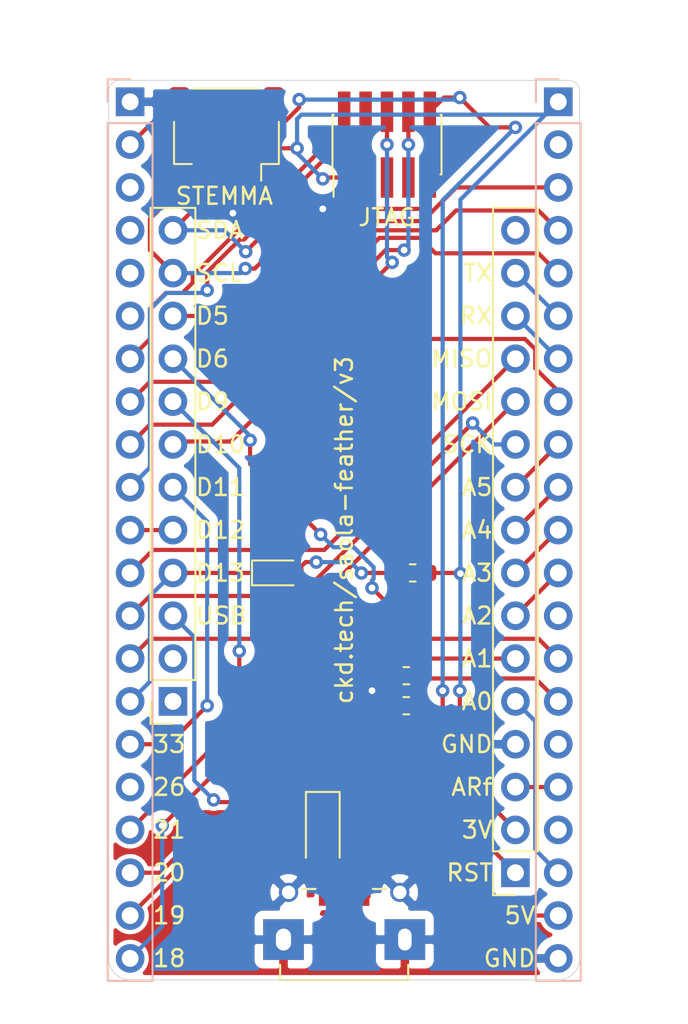
<source format=kicad_pcb>
(kicad_pcb (version 20171130) (host pcbnew 5.1.6)

  (general
    (thickness 1.6)
    (drawings 44)
    (tracks 237)
    (zones 0)
    (modules 13)
    (nets 49)
  )

  (page A4)
  (layers
    (0 F.Cu signal)
    (31 B.Cu signal)
    (32 B.Adhes user)
    (33 F.Adhes user)
    (34 B.Paste user)
    (35 F.Paste user)
    (36 B.SilkS user)
    (37 F.SilkS user)
    (38 B.Mask user)
    (39 F.Mask user)
    (40 Dwgs.User user)
    (41 Cmts.User user)
    (42 Eco1.User user)
    (43 Eco2.User user)
    (44 Edge.Cuts user)
    (45 Margin user)
    (46 B.CrtYd user)
    (47 F.CrtYd user)
    (48 B.Fab user)
    (49 F.Fab user)
  )

  (setup
    (last_trace_width 0.25)
    (trace_clearance 0.2)
    (zone_clearance 0.254)
    (zone_45_only no)
    (trace_min 0.2)
    (via_size 0.8)
    (via_drill 0.4)
    (via_min_size 0.4)
    (via_min_drill 0.3)
    (uvia_size 0.3)
    (uvia_drill 0.1)
    (uvias_allowed no)
    (uvia_min_size 0.2)
    (uvia_min_drill 0.1)
    (edge_width 0.05)
    (segment_width 0.2)
    (pcb_text_width 0.3)
    (pcb_text_size 1.5 1.5)
    (mod_edge_width 0.12)
    (mod_text_size 1 1)
    (mod_text_width 0.15)
    (pad_size 1.524 1.524)
    (pad_drill 0.762)
    (pad_to_mask_clearance 0.05)
    (aux_axis_origin 0 0)
    (visible_elements FFFFFF7F)
    (pcbplotparams
      (layerselection 0x010fc_ffffffff)
      (usegerberextensions false)
      (usegerberattributes true)
      (usegerberadvancedattributes true)
      (creategerberjobfile true)
      (excludeedgelayer true)
      (linewidth 0.100000)
      (plotframeref false)
      (viasonmask false)
      (mode 1)
      (useauxorigin false)
      (hpglpennumber 1)
      (hpglpenspeed 20)
      (hpglpendiameter 15.000000)
      (psnegative false)
      (psa4output false)
      (plotreference true)
      (plotvalue true)
      (plotinvisibletext false)
      (padsonsilk false)
      (subtractmaskfromsilk false)
      (outputformat 1)
      (mirror false)
      (drillshape 1)
      (scaleselection 1)
      (outputdirectory ""))
  )

  (net 0 "")
  (net 1 "Net-(D1-Pad2)")
  (net 2 +5V)
  (net 3 GND)
  (net 4 /IO17)
  (net 5 /IO16)
  (net 6 /IO15)
  (net 7 /IO14)
  (net 8 /IO13)
  (net 9 /IO12)
  (net 10 /IO11)
  (net 11 /IO10)
  (net 12 /IO9)
  (net 13 /IO8)
  (net 14 /IO7)
  (net 15 /IO6)
  (net 16 /IO5)
  (net 17 /IO4)
  (net 18 /IO3)
  (net 19 /IO2)
  (net 20 /IO1)
  (net 21 /IO0)
  (net 22 +3V3)
  (net 23 /IO33)
  (net 24 /IO38)
  (net 25 "Net-(J2-Pad2)")
  (net 26 "Net-(J2-Pad1)")
  (net 27 /USB-)
  (net 28 /USB+)
  (net 29 "Net-(J4-Pad4)")
  (net 30 "Net-(J5-Pad16)")
  (net 31 /IO37)
  (net 32 /IO35)
  (net 33 /IO36)
  (net 34 /IO18)
  (net 35 /RST)
  (net 36 /TMS_IO42)
  (net 37 /TCK_IO39)
  (net 38 /TDO_IO40)
  (net 39 /TDI_IO41)
  (net 40 /IO21)
  (net 41 /IO26)
  (net 42 /IO34)
  (net 43 /TX0_IO43)
  (net 44 /RX0_IO44)
  (net 45 /IO45)
  (net 46 /IO46)
  (net 47 "Net-(J6-Pad7)")
  (net 48 "Net-(D2-Pad2)")

  (net_class Default "This is the default net class."
    (clearance 0.2)
    (trace_width 0.25)
    (via_dia 0.8)
    (via_drill 0.4)
    (uvia_dia 0.3)
    (uvia_drill 0.1)
    (add_net +3V3)
    (add_net +5V)
    (add_net /IO0)
    (add_net /IO1)
    (add_net /IO10)
    (add_net /IO11)
    (add_net /IO12)
    (add_net /IO13)
    (add_net /IO14)
    (add_net /IO15)
    (add_net /IO16)
    (add_net /IO17)
    (add_net /IO18)
    (add_net /IO2)
    (add_net /IO21)
    (add_net /IO26)
    (add_net /IO3)
    (add_net /IO33)
    (add_net /IO34)
    (add_net /IO35)
    (add_net /IO36)
    (add_net /IO37)
    (add_net /IO38)
    (add_net /IO4)
    (add_net /IO45)
    (add_net /IO46)
    (add_net /IO5)
    (add_net /IO6)
    (add_net /IO7)
    (add_net /IO8)
    (add_net /IO9)
    (add_net /RST)
    (add_net /RX0_IO44)
    (add_net /TCK_IO39)
    (add_net /TDI_IO41)
    (add_net /TDO_IO40)
    (add_net /TMS_IO42)
    (add_net /TX0_IO43)
    (add_net /USB+)
    (add_net /USB-)
    (add_net GND)
    (add_net "Net-(D1-Pad2)")
    (add_net "Net-(D2-Pad2)")
    (add_net "Net-(J2-Pad1)")
    (add_net "Net-(J2-Pad2)")
    (add_net "Net-(J4-Pad4)")
    (add_net "Net-(J5-Pad16)")
    (add_net "Net-(J6-Pad7)")
  )

  (module Resistor_SMD:R_0603_1608Metric_Pad1.05x0.95mm_HandSolder (layer F.Cu) (tedit 5B301BBD) (tstamp 5F1BCB01)
    (at 117.983 112.014 180)
    (descr "Resistor SMD 0603 (1608 Metric), square (rectangular) end terminal, IPC_7351 nominal with elongated pad for handsoldering. (Body size source: http://www.tortai-tech.com/upload/download/2011102023233369053.pdf), generated with kicad-footprint-generator")
    (tags "resistor handsolder")
    (path /5F1BC2ED)
    (attr smd)
    (fp_text reference R2 (at 0 -1.43) (layer F.SilkS) hide
      (effects (font (size 1 1) (thickness 0.15)))
    )
    (fp_text value 100k+ (at 0 1.43) (layer F.Fab)
      (effects (font (size 1 1) (thickness 0.15)))
    )
    (fp_line (start 1.65 0.73) (end -1.65 0.73) (layer F.CrtYd) (width 0.05))
    (fp_line (start 1.65 -0.73) (end 1.65 0.73) (layer F.CrtYd) (width 0.05))
    (fp_line (start -1.65 -0.73) (end 1.65 -0.73) (layer F.CrtYd) (width 0.05))
    (fp_line (start -1.65 0.73) (end -1.65 -0.73) (layer F.CrtYd) (width 0.05))
    (fp_line (start -0.171267 0.51) (end 0.171267 0.51) (layer F.SilkS) (width 0.12))
    (fp_line (start -0.171267 -0.51) (end 0.171267 -0.51) (layer F.SilkS) (width 0.12))
    (fp_line (start 0.8 0.4) (end -0.8 0.4) (layer F.Fab) (width 0.1))
    (fp_line (start 0.8 -0.4) (end 0.8 0.4) (layer F.Fab) (width 0.1))
    (fp_line (start -0.8 -0.4) (end 0.8 -0.4) (layer F.Fab) (width 0.1))
    (fp_line (start -0.8 0.4) (end -0.8 -0.4) (layer F.Fab) (width 0.1))
    (fp_text user %R (at 0 0) (layer F.Fab)
      (effects (font (size 0.4 0.4) (thickness 0.06)))
    )
    (pad 2 smd roundrect (at 0.875 0 180) (size 1.05 0.95) (layers F.Cu F.Paste F.Mask) (roundrect_rratio 0.25)
      (net 3 GND))
    (pad 1 smd roundrect (at -0.875 0 180) (size 1.05 0.95) (layers F.Cu F.Paste F.Mask) (roundrect_rratio 0.25)
      (net 8 /IO13))
    (model ${KISYS3DMOD}/Resistor_SMD.3dshapes/R_0603_1608Metric.wrl
      (at (xyz 0 0 0))
      (scale (xyz 1 1 1))
      (rotate (xyz 0 0 0))
    )
  )

  (module Capacitor_SMD:C_0603_1608Metric_Pad1.05x0.95mm_HandSolder (layer F.Cu) (tedit 5B301BBE) (tstamp 5F1BC794)
    (at 117.983 110.236 180)
    (descr "Capacitor SMD 0603 (1608 Metric), square (rectangular) end terminal, IPC_7351 nominal with elongated pad for handsoldering. (Body size source: http://www.tortai-tech.com/upload/download/2011102023233369053.pdf), generated with kicad-footprint-generator")
    (tags "capacitor handsolder")
    (path /5F1BBAA5)
    (attr smd)
    (fp_text reference C1 (at 0 -1.43) (layer F.SilkS) hide
      (effects (font (size 1 1) (thickness 0.15)))
    )
    (fp_text value 1uF (at 0 1.43) (layer F.Fab)
      (effects (font (size 1 1) (thickness 0.15)))
    )
    (fp_line (start 1.65 0.73) (end -1.65 0.73) (layer F.CrtYd) (width 0.05))
    (fp_line (start 1.65 -0.73) (end 1.65 0.73) (layer F.CrtYd) (width 0.05))
    (fp_line (start -1.65 -0.73) (end 1.65 -0.73) (layer F.CrtYd) (width 0.05))
    (fp_line (start -1.65 0.73) (end -1.65 -0.73) (layer F.CrtYd) (width 0.05))
    (fp_line (start -0.171267 0.51) (end 0.171267 0.51) (layer F.SilkS) (width 0.12))
    (fp_line (start -0.171267 -0.51) (end 0.171267 -0.51) (layer F.SilkS) (width 0.12))
    (fp_line (start 0.8 0.4) (end -0.8 0.4) (layer F.Fab) (width 0.1))
    (fp_line (start 0.8 -0.4) (end 0.8 0.4) (layer F.Fab) (width 0.1))
    (fp_line (start -0.8 -0.4) (end 0.8 -0.4) (layer F.Fab) (width 0.1))
    (fp_line (start -0.8 0.4) (end -0.8 -0.4) (layer F.Fab) (width 0.1))
    (fp_text user %R (at 0 0) (layer F.Fab)
      (effects (font (size 0.4 0.4) (thickness 0.06)))
    )
    (pad 2 smd roundrect (at 0.875 0 180) (size 1.05 0.95) (layers F.Cu F.Paste F.Mask) (roundrect_rratio 0.25)
      (net 3 GND))
    (pad 1 smd roundrect (at -0.875 0 180) (size 1.05 0.95) (layers F.Cu F.Paste F.Mask) (roundrect_rratio 0.25)
      (net 8 /IO13))
    (model ${KISYS3DMOD}/Capacitor_SMD.3dshapes/C_0603_1608Metric.wrl
      (at (xyz 0 0 0))
      (scale (xyz 1 1 1))
      (rotate (xyz 0 0 0))
    )
  )

  (module Resistor_SMD:R_0603_1608Metric_Pad1.05x0.95mm_HandSolder (layer F.Cu) (tedit 5B301BBD) (tstamp 5EC8DB84)
    (at 118.364 104.14 180)
    (descr "Resistor SMD 0603 (1608 Metric), square (rectangular) end terminal, IPC_7351 nominal with elongated pad for handsoldering. (Body size source: http://www.tortai-tech.com/upload/download/2011102023233369053.pdf), generated with kicad-footprint-generator")
    (tags "resistor handsolder")
    (path /5ECE3770)
    (attr smd)
    (fp_text reference R1 (at 0 -1.43) (layer F.SilkS) hide
      (effects (font (size 1 1) (thickness 0.15)))
    )
    (fp_text value R_Small (at 0 1.43) (layer F.Fab)
      (effects (font (size 1 1) (thickness 0.15)))
    )
    (fp_line (start -0.8 0.4) (end -0.8 -0.4) (layer F.Fab) (width 0.1))
    (fp_line (start -0.8 -0.4) (end 0.8 -0.4) (layer F.Fab) (width 0.1))
    (fp_line (start 0.8 -0.4) (end 0.8 0.4) (layer F.Fab) (width 0.1))
    (fp_line (start 0.8 0.4) (end -0.8 0.4) (layer F.Fab) (width 0.1))
    (fp_line (start -0.171267 -0.51) (end 0.171267 -0.51) (layer F.SilkS) (width 0.12))
    (fp_line (start -0.171267 0.51) (end 0.171267 0.51) (layer F.SilkS) (width 0.12))
    (fp_line (start -1.65 0.73) (end -1.65 -0.73) (layer F.CrtYd) (width 0.05))
    (fp_line (start -1.65 -0.73) (end 1.65 -0.73) (layer F.CrtYd) (width 0.05))
    (fp_line (start 1.65 -0.73) (end 1.65 0.73) (layer F.CrtYd) (width 0.05))
    (fp_line (start 1.65 0.73) (end -1.65 0.73) (layer F.CrtYd) (width 0.05))
    (fp_text user %R (at 0 0) (layer F.Fab)
      (effects (font (size 0.4 0.4) (thickness 0.06)))
    )
    (pad 2 smd roundrect (at 0.875 0 180) (size 1.05 0.95) (layers F.Cu F.Paste F.Mask) (roundrect_rratio 0.25)
      (net 48 "Net-(D2-Pad2)"))
    (pad 1 smd roundrect (at -0.875 0 180) (size 1.05 0.95) (layers F.Cu F.Paste F.Mask) (roundrect_rratio 0.25)
      (net 22 +3V3))
    (model ${KISYS3DMOD}/Resistor_SMD.3dshapes/R_0603_1608Metric.wrl
      (at (xyz 0 0 0))
      (scale (xyz 1 1 1))
      (rotate (xyz 0 0 0))
    )
  )

  (module LED_SMD:LED_0603_1608Metric_Pad1.05x0.95mm_HandSolder (layer F.Cu) (tedit 5B4B45C9) (tstamp 5EC8D88B)
    (at 110.49 104.14)
    (descr "LED SMD 0603 (1608 Metric), square (rectangular) end terminal, IPC_7351 nominal, (Body size source: http://www.tortai-tech.com/upload/download/2011102023233369053.pdf), generated with kicad-footprint-generator")
    (tags "LED handsolder")
    (path /5ECE290D)
    (attr smd)
    (fp_text reference D2 (at 0 -1.43) (layer F.SilkS) hide
      (effects (font (size 1 1) (thickness 0.15)))
    )
    (fp_text value LED_Small (at 0 1.43) (layer F.Fab)
      (effects (font (size 1 1) (thickness 0.15)))
    )
    (fp_line (start 0.8 -0.4) (end -0.5 -0.4) (layer F.Fab) (width 0.1))
    (fp_line (start -0.5 -0.4) (end -0.8 -0.1) (layer F.Fab) (width 0.1))
    (fp_line (start -0.8 -0.1) (end -0.8 0.4) (layer F.Fab) (width 0.1))
    (fp_line (start -0.8 0.4) (end 0.8 0.4) (layer F.Fab) (width 0.1))
    (fp_line (start 0.8 0.4) (end 0.8 -0.4) (layer F.Fab) (width 0.1))
    (fp_line (start 0.8 -0.735) (end -1.66 -0.735) (layer F.SilkS) (width 0.12))
    (fp_line (start -1.66 -0.735) (end -1.66 0.735) (layer F.SilkS) (width 0.12))
    (fp_line (start -1.66 0.735) (end 0.8 0.735) (layer F.SilkS) (width 0.12))
    (fp_line (start -1.65 0.73) (end -1.65 -0.73) (layer F.CrtYd) (width 0.05))
    (fp_line (start -1.65 -0.73) (end 1.65 -0.73) (layer F.CrtYd) (width 0.05))
    (fp_line (start 1.65 -0.73) (end 1.65 0.73) (layer F.CrtYd) (width 0.05))
    (fp_line (start 1.65 0.73) (end -1.65 0.73) (layer F.CrtYd) (width 0.05))
    (fp_text user %R (at 0 0) (layer F.Fab)
      (effects (font (size 0.4 0.4) (thickness 0.06)))
    )
    (pad 2 smd roundrect (at 0.875 0) (size 1.05 0.95) (layers F.Cu F.Paste F.Mask) (roundrect_rratio 0.25)
      (net 48 "Net-(D2-Pad2)"))
    (pad 1 smd roundrect (at -0.875 0) (size 1.05 0.95) (layers F.Cu F.Paste F.Mask) (roundrect_rratio 0.25)
      (net 42 /IO34))
    (model ${KISYS3DMOD}/LED_SMD.3dshapes/LED_0603_1608Metric.wrl
      (at (xyz 0 0 0))
      (scale (xyz 1 1 1))
      (rotate (xyz 0 0 0))
    )
  )

  (module chickadee:chickadee_3mm_fcu (layer F.Cu) (tedit 0) (tstamp 5EC8A6F3)
    (at 114.3 114.935)
    (fp_text reference G*** (at 0 0) (layer F.SilkS) hide
      (effects (font (size 1.524 1.524) (thickness 0.3)))
    )
    (fp_text value "Chickadee 3mm" (at 0.75 0) (layer F.SilkS) hide
      (effects (font (size 1.524 1.524) (thickness 0.3)))
    )
    (fp_poly (pts (xy -2.190577 -1.394931) (xy -2.158906 -1.394428) (xy -2.131275 -1.393379) (xy -2.106176 -1.39166)
      (xy -2.082107 -1.389149) (xy -2.057561 -1.385724) (xy -2.031033 -1.38126) (xy -2.009069 -1.377185)
      (xy -1.950214 -1.364422) (xy -1.889117 -1.348355) (xy -1.828664 -1.329818) (xy -1.77174 -1.309646)
      (xy -1.760361 -1.305223) (xy -1.717183 -1.28803) (xy -1.674808 -1.270892) (xy -1.63285 -1.25363)
      (xy -1.59092 -1.236063) (xy -1.548631 -1.218011) (xy -1.505596 -1.199293) (xy -1.461427 -1.179729)
      (xy -1.415735 -1.159138) (xy -1.368134 -1.137341) (xy -1.318236 -1.114156) (xy -1.265653 -1.089403)
      (xy -1.209997 -1.062901) (xy -1.150882 -1.034472) (xy -1.087918 -1.003933) (xy -1.02072 -0.971104)
      (xy -0.948898 -0.935806) (xy -0.872065 -0.897857) (xy -0.789834 -0.857077) (xy -0.701817 -0.813286)
      (xy -0.679097 -0.801963) (xy -0.600817 -0.763019) (xy -0.528298 -0.72712) (xy -0.461051 -0.694039)
      (xy -0.398585 -0.663552) (xy -0.340411 -0.635433) (xy -0.286038 -0.609455) (xy -0.234976 -0.585394)
      (xy -0.186735 -0.563022) (xy -0.140825 -0.542115) (xy -0.096756 -0.522447) (xy -0.054038 -0.503792)
      (xy -0.012181 -0.485924) (xy 0.029306 -0.468618) (xy 0.070912 -0.451647) (xy 0.113128 -0.434787)
      (xy 0.146403 -0.421719) (xy 0.169926 -0.412482) (xy 0.191319 -0.403963) (xy 0.209688 -0.396527)
      (xy 0.224143 -0.39054) (xy 0.233791 -0.386365) (xy 0.237732 -0.384376) (xy 0.237199 -0.380281)
      (xy 0.231987 -0.372263) (xy 0.222739 -0.361032) (xy 0.2101 -0.347296) (xy 0.194712 -0.331764)
      (xy 0.177219 -0.315145) (xy 0.164178 -0.303343) (xy 0.096199 -0.247242) (xy 0.021764 -0.193747)
      (xy -0.059006 -0.142914) (xy -0.145989 -0.0948) (xy -0.239062 -0.049462) (xy -0.338103 -0.006957)
      (xy -0.442991 0.032658) (xy -0.553602 0.069327) (xy -0.669815 0.102992) (xy -0.756708 0.125296)
      (xy -0.857303 0.148538) (xy -0.952291 0.167867) (xy -1.041919 0.183303) (xy -1.126439 0.194868)
      (xy -1.206099 0.20258) (xy -1.281149 0.206462) (xy -1.351837 0.206535) (xy -1.418413 0.202818)
      (xy -1.481126 0.195332) (xy -1.518918 0.18866) (xy -1.57955 0.173748) (xy -1.634906 0.154367)
      (xy -1.684914 0.13059) (xy -1.729501 0.102491) (xy -1.768596 0.070142) (xy -1.802127 0.033617)
      (xy -1.830021 -0.007012) (xy -1.852205 -0.051671) (xy -1.868608 -0.100287) (xy -1.879158 -0.152786)
      (xy -1.882097 -0.17906) (xy -1.882915 -0.190167) (xy -1.883851 -0.198302) (xy -1.885889 -0.204006)
      (xy -1.890009 -0.207822) (xy -1.897194 -0.21029) (xy -1.908425 -0.211954) (xy -1.924685 -0.213354)
      (xy -1.946955 -0.215033) (xy -1.947333 -0.215063) (xy -1.974885 -0.21729) (xy -1.996056 -0.219184)
      (xy -2.011509 -0.220834) (xy -2.021906 -0.222327) (xy -2.02791 -0.223751) (xy -2.030183 -0.225193)
      (xy -2.030082 -0.226026) (xy -2.032027 -0.227335) (xy -2.038861 -0.22756) (xy -2.048532 -0.226886)
      (xy -2.05899 -0.225503) (xy -2.068183 -0.223597) (xy -2.072569 -0.222141) (xy -2.078077 -0.220624)
      (xy -2.089384 -0.218164) (xy -2.105331 -0.214992) (xy -2.124759 -0.211335) (xy -2.146511 -0.207422)
      (xy -2.151944 -0.206471) (xy -2.23343 -0.192964) (xy -2.310846 -0.181591) (xy -2.386734 -0.172013)
      (xy -2.463633 -0.163891) (xy -2.487083 -0.161706) (xy -2.509513 -0.160112) (xy -2.536719 -0.158879)
      (xy -2.567348 -0.158007) (xy -2.600049 -0.157496) (xy -2.633471 -0.157348) (xy -2.666262 -0.157562)
      (xy -2.69707 -0.158139) (xy -2.724545 -0.15908) (xy -2.747334 -0.160385) (xy -2.760486 -0.161598)
      (xy -2.833314 -0.171253) (xy -2.904171 -0.18314) (xy -2.974932 -0.197651) (xy -3.047473 -0.215178)
      (xy -3.123669 -0.23611) (xy -3.139143 -0.240632) (xy -3.161757 -0.247425) (xy -3.178423 -0.252778)
      (xy -3.190018 -0.257041) (xy -3.197422 -0.260562) (xy -3.20151 -0.263691) (xy -3.202943 -0.266032)
      (xy -3.203909 -0.271145) (xy -3.205491 -0.282439) (xy -3.20759 -0.299075) (xy -3.210105 -0.320217)
      (xy -3.212937 -0.345025) (xy -3.215987 -0.372662) (xy -3.219082 -0.401608) (xy -3.222679 -0.435601)
      (xy -3.225565 -0.463243) (xy -3.227688 -0.485209) (xy -3.228999 -0.50217) (xy -3.229447 -0.514802)
      (xy -3.228982 -0.523777) (xy -3.227553 -0.52977) (xy -3.22511 -0.533453) (xy -3.221603 -0.535501)
      (xy -3.216982 -0.536587) (xy -3.211195 -0.537385) (xy -3.208909 -0.537717) (xy -3.197663 -0.539746)
      (xy -3.180611 -0.543203) (xy -3.158807 -0.547849) (xy -3.1333 -0.553445) (xy -3.105142 -0.559751)
      (xy -3.075385 -0.566529) (xy -3.045079 -0.573539) (xy -3.015275 -0.580543) (xy -2.987025 -0.5873)
      (xy -2.96138 -0.593573) (xy -2.942167 -0.598407) (xy -2.839538 -0.625766) (xy -2.743547 -0.653603)
      (xy -2.653787 -0.682055) (xy -2.569847 -0.711258) (xy -2.49132 -0.74135) (xy -2.417797 -0.772466)
      (xy -2.405944 -0.777787) (xy -2.33527 -0.81224) (xy -2.2633 -0.851978) (xy -2.191754 -0.895908)
      (xy -2.122352 -0.942934) (xy -2.05681 -0.991963) (xy -2.012597 -1.028214) (xy -1.994935 -1.043577)
      (xy -1.976602 -1.059988) (xy -1.958316 -1.076756) (xy -1.940794 -1.09319) (xy -1.924751 -1.108599)
      (xy -1.910905 -1.122291) (xy -1.899973 -1.133576) (xy -1.892671 -1.141762) (xy -1.889717 -1.146159)
      (xy -1.889781 -1.146632) (xy -1.895886 -1.149881) (xy -1.907863 -1.154203) (xy -1.924653 -1.159337)
      (xy -1.945199 -1.16502) (xy -1.968444 -1.170989) (xy -1.99333 -1.176981) (xy -2.018801 -1.182735)
      (xy -2.043799 -1.187987) (xy -2.067268 -1.192474) (xy -2.088148 -1.195935) (xy -2.088444 -1.195979)
      (xy -2.143487 -1.202523) (xy -2.197821 -1.205577) (xy -2.252961 -1.205107) (xy -2.310419 -1.201077)
      (xy -2.371711 -1.193452) (xy -2.401539 -1.188739) (xy -2.494796 -1.17015) (xy -2.584229 -1.146293)
      (xy -2.669623 -1.117275) (xy -2.750766 -1.083203) (xy -2.827443 -1.044182) (xy -2.899442 -1.000319)
      (xy -2.966549 -0.95172) (xy -3.028551 -0.898491) (xy -3.072051 -0.855085) (xy -3.114426 -0.806444)
      (xy -3.152464 -0.755667) (xy -3.185507 -0.70377) (xy -3.212895 -0.65177) (xy -3.230344 -0.610645)
      (xy -3.23532 -0.598231) (xy -3.239944 -0.588063) (xy -3.243211 -0.582348) (xy -3.246468 -0.579042)
      (xy -3.254369 -0.57133) (xy -3.266439 -0.559666) (xy -3.282207 -0.544504) (xy -3.301199 -0.526296)
      (xy -3.322943 -0.505496) (xy -3.346966 -0.482558) (xy -3.372795 -0.457935) (xy -3.391958 -0.439691)
      (xy -3.418659 -0.414263) (xy -3.443792 -0.390288) (xy -3.466896 -0.368206) (xy -3.487514 -0.34846)
      (xy -3.505187 -0.331487) (xy -3.519455 -0.31773) (xy -3.529861 -0.307629) (xy -3.535945 -0.301624)
      (xy -3.537393 -0.300078) (xy -3.534428 -0.298301) (xy -3.525616 -0.293948) (xy -3.511564 -0.287299)
      (xy -3.492877 -0.278632) (xy -3.470164 -0.268227) (xy -3.444028 -0.256363) (xy -3.415077 -0.243317)
      (xy -3.383917 -0.22937) (xy -3.376532 -0.226077) (xy -3.214874 -0.154058) (xy -3.198019 -0.093786)
      (xy -3.189906 -0.065801) (xy -3.180059 -0.033466) (xy -3.169084 0.001347) (xy -3.157589 0.036762)
      (xy -3.146183 0.070907) (xy -3.135473 0.101907) (xy -3.126489 0.126757) (xy -3.121041 0.140443)
      (xy -3.116521 0.148917) (xy -3.111864 0.153733) (xy -3.10617 0.156392) (xy -3.098868 0.157558)
      (xy -3.085547 0.158496) (xy -3.06724 0.159209) (xy -3.04498 0.159697) (xy -3.019799 0.159965)
      (xy -2.992731 0.160013) (xy -2.964808 0.159845) (xy -2.937063 0.159461) (xy -2.910528 0.158866)
      (xy -2.886237 0.15806) (xy -2.865223 0.157046) (xy -2.848681 0.155841) (xy -2.685739 0.138212)
      (xy -2.585861 0.124838) (xy -2.543141 0.1184) (xy -2.506322 0.1121) (xy -2.474266 0.105624)
      (xy -2.445833 0.098661) (xy -2.419884 0.090899) (xy -2.395279 0.082025) (xy -2.370878 0.071727)
      (xy -2.345543 0.059694) (xy -2.342444 0.058147) (xy -2.286885 0.026813) (xy -2.232336 -0.010789)
      (xy -2.179767 -0.053872) (xy -2.130148 -0.101647) (xy -2.089686 -0.146958) (xy -2.071653 -0.168681)
      (xy -2.069252 -0.143431) (xy -2.062225 -0.096009) (xy -2.050319 -0.046832) (xy -2.034198 0.002224)
      (xy -2.014523 0.049282) (xy -1.991958 0.092463) (xy -1.978281 0.114289) (xy -1.94066 0.164006)
      (xy -1.897859 0.209003) (xy -1.849963 0.249251) (xy -1.797063 0.284723) (xy -1.739243 0.315389)
      (xy -1.676594 0.341223) (xy -1.609201 0.362197) (xy -1.537152 0.378282) (xy -1.460535 0.389451)
      (xy -1.379438 0.395676) (xy -1.293947 0.396929) (xy -1.204152 0.393182) (xy -1.125361 0.386139)
      (xy -1.052218 0.376822) (xy -0.974125 0.364509) (xy -0.892379 0.349481) (xy -0.808276 0.332024)
      (xy -0.723113 0.312418) (xy -0.638187 0.290949) (xy -0.554795 0.267899) (xy -0.478014 0.244745)
      (xy -0.38054 0.212112) (xy -0.286214 0.17667) (xy -0.195387 0.138629) (xy -0.108408 0.098203)
      (xy -0.025628 0.0556) (xy 0.052604 0.011034) (xy 0.125937 -0.035286) (xy 0.194021 -0.083147)
      (xy 0.256506 -0.132339) (xy 0.313041 -0.18265) (xy 0.363278 -0.233869) (xy 0.406865 -0.285785)
      (xy 0.411516 -0.291897) (xy 0.421132 -0.304324) (xy 0.427892 -0.311896) (xy 0.432929 -0.315578)
      (xy 0.437377 -0.316336) (xy 0.439726 -0.315921) (xy 0.459163 -0.311612) (xy 0.48424 -0.30693)
      (xy 0.513568 -0.302078) (xy 0.545757 -0.297263) (xy 0.579415 -0.292687) (xy 0.613152 -0.288557)
      (xy 0.645578 -0.285077) (xy 0.656167 -0.284068) (xy 0.687905 -0.281538) (xy 0.719888 -0.279816)
      (xy 0.752791 -0.278933) (xy 0.78729 -0.27892) (xy 0.82406 -0.279806) (xy 0.863775 -0.281623)
      (xy 0.907113 -0.284401) (xy 0.954746 -0.288171) (xy 1.007352 -0.292963) (xy 1.065605 -0.298808)
      (xy 1.127125 -0.3054) (xy 1.216165 -0.315763) (xy 1.311639 -0.327982) (xy 1.413193 -0.341993)
      (xy 1.520469 -0.357731) (xy 1.633115 -0.375132) (xy 1.750774 -0.394133) (xy 1.873091 -0.414668)
      (xy 1.999712 -0.436674) (xy 2.13028 -0.460086) (xy 2.264441 -0.48484) (xy 2.40184 -0.510872)
      (xy 2.542121 -0.538118) (xy 2.68493 -0.566514) (xy 2.829911 -0.595994) (xy 2.976709 -0.626495)
      (xy 3.124969 -0.657954) (xy 3.274335 -0.690304) (xy 3.361972 -0.709592) (xy 3.406466 -0.719446)
      (xy 3.444684 -0.727733) (xy 3.477258 -0.73432) (xy 3.504823 -0.739072) (xy 3.528011 -0.741854)
      (xy 3.547455 -0.742532) (xy 3.563788 -0.740972) (xy 3.577642 -0.737038) (xy 3.589652 -0.730596)
      (xy 3.600449 -0.721512) (xy 3.610667 -0.709652) (xy 3.620938 -0.69488) (xy 3.631896 -0.677062)
      (xy 3.644174 -0.656064) (xy 3.648453 -0.648705) (xy 3.685722 -0.582928) (xy 3.720654 -0.517678)
      (xy 3.752855 -0.453786) (xy 3.781929 -0.392085) (xy 3.807481 -0.333406) (xy 3.829117 -0.278581)
      (xy 3.842982 -0.239141) (xy 3.858442 -0.186728) (xy 3.869158 -0.137816) (xy 3.875158 -0.092633)
      (xy 3.876469 -0.051406) (xy 3.873119 -0.014365) (xy 3.865134 0.018262) (xy 3.852543 0.046247)
      (xy 3.835372 0.069362) (xy 3.813649 0.087378) (xy 3.803124 0.093395) (xy 3.792991 0.098154)
      (xy 3.781941 0.102524) (xy 3.769615 0.106533) (xy 3.755657 0.110209) (xy 3.739709 0.113581)
      (xy 3.721413 0.116677) (xy 3.700414 0.119524) (xy 3.676352 0.122152) (xy 3.648872 0.124587)
      (xy 3.617615 0.126859) (xy 3.582225 0.128995) (xy 3.542343 0.131023) (xy 3.497613 0.132973)
      (xy 3.447677 0.134871) (xy 3.392178 0.136746) (xy 3.330759 0.138626) (xy 3.263062 0.14054)
      (xy 3.188731 0.142515) (xy 3.175 0.142869) (xy 3.052923 0.146207) (xy 2.937344 0.149786)
      (xy 2.827707 0.153639) (xy 2.723456 0.157794) (xy 2.624037 0.162284) (xy 2.528895 0.167138)
      (xy 2.437474 0.172388) (xy 2.349219 0.178064) (xy 2.263574 0.184196) (xy 2.179985 0.190816)
      (xy 2.097897 0.197954) (xy 2.016754 0.20564) (xy 1.989667 0.208345) (xy 1.860967 0.222177)
      (xy 1.736502 0.237273) (xy 1.615523 0.253805) (xy 1.497281 0.271941) (xy 1.381028 0.291851)
      (xy 1.266016 0.313705) (xy 1.151496 0.337671) (xy 1.036721 0.36392) (xy 0.920941 0.39262)
      (xy 0.803408 0.423942) (xy 0.683373 0.458054) (xy 0.56009 0.495127) (xy 0.432808 0.535329)
      (xy 0.30078 0.57883) (xy 0.195792 0.614551) (xy 0.145932 0.632059) (xy 0.0984 0.649485)
      (xy 0.052527 0.66715) (xy 0.007643 0.685374) (xy -0.03692 0.704476) (xy -0.081833 0.724779)
      (xy -0.127765 0.746601) (xy -0.175385 0.770263) (xy -0.225363 0.796085) (xy -0.278367 0.824388)
      (xy -0.335068 0.855492) (xy -0.396135 0.889717) (xy -0.462237 0.927384) (xy -0.483306 0.939493)
      (xy -0.541927 0.973223) (xy -0.594898 1.003651) (xy -0.642666 1.031025) (xy -0.685679 1.055591)
      (xy -0.724384 1.077596) (xy -0.759229 1.097287) (xy -0.790662 1.11491) (xy -0.81913 1.130714)
      (xy -0.845081 1.144944) (xy -0.868963 1.157848) (xy -0.891223 1.169672) (xy -0.912308 1.180664)
      (xy -0.932668 1.19107) (xy -0.952748 1.201138) (xy -0.972997 1.211113) (xy -0.993862 1.221244)
      (xy -0.995694 1.222128) (xy -1.063133 1.253565) (xy -1.12675 1.280819) (xy -1.187918 1.304282)
      (xy -1.248008 1.324345) (xy -1.308391 1.341402) (xy -1.37044 1.355844) (xy -1.435526 1.368064)
      (xy -1.505022 1.378454) (xy -1.569861 1.386279) (xy -1.610848 1.390039) (xy -1.656794 1.392999)
      (xy -1.705642 1.395105) (xy -1.755337 1.396301) (xy -1.803821 1.396532) (xy -1.849038 1.395744)
      (xy -1.878542 1.394508) (xy -1.958088 1.387865) (xy -2.038544 1.376743) (xy -2.118722 1.361443)
      (xy -2.197433 1.342263) (xy -2.273489 1.319501) (xy -2.345702 1.293456) (xy -2.412884 1.264427)
      (xy -2.430992 1.255625) (xy -2.511972 1.211372) (xy -2.591194 1.160408) (xy -2.668518 1.102893)
      (xy -2.743805 1.038983) (xy -2.816914 0.968836) (xy -2.887705 0.89261) (xy -2.95604 0.810463)
      (xy -3.021777 0.722552) (xy -3.084778 0.629036) (xy -3.144903 0.53007) (xy -3.202011 0.425814)
      (xy -3.247103 0.335201) (xy -3.265441 0.295287) (xy -3.283063 0.253922) (xy -3.300474 0.209814)
      (xy -3.318181 0.161672) (xy -3.33669 0.108204) (xy -3.341035 0.09525) (xy -3.348704 0.071804)
      (xy -3.356807 0.046214) (xy -3.364992 0.019673) (xy -3.372907 -0.006627) (xy -3.380199 -0.031492)
      (xy -3.386515 -0.053731) (xy -3.391504 -0.072152) (xy -3.394813 -0.08556) (xy -3.395622 -0.089442)
      (xy -3.397791 -0.101004) (xy -3.602405 -0.183572) (xy -3.638385 -0.198117) (xy -3.672393 -0.211915)
      (xy -3.703868 -0.224734) (xy -3.732252 -0.236346) (xy -3.756986 -0.24652) (xy -3.77751 -0.255026)
      (xy -3.793266 -0.261633) (xy -3.803693 -0.266111) (xy -3.808232 -0.268231) (xy -3.808381 -0.268344)
      (xy -3.80604 -0.270994) (xy -3.798838 -0.27795) (xy -3.787188 -0.288837) (xy -3.771505 -0.303276)
      (xy -3.752203 -0.320892) (xy -3.729696 -0.341306) (xy -3.704399 -0.364141) (xy -3.676726 -0.389021)
      (xy -3.647091 -0.415568) (xy -3.621714 -0.438231) (xy -3.585698 -0.47036) (xy -3.554584 -0.498154)
      (xy -3.528002 -0.521967) (xy -3.505585 -0.542152) (xy -3.486962 -0.559065) (xy -3.471765 -0.573058)
      (xy -3.459624 -0.584487) (xy -3.45017 -0.593706) (xy -3.443035 -0.601069) (xy -3.437848 -0.606929)
      (xy -3.434241 -0.611642) (xy -3.431844 -0.615561) (xy -3.430288 -0.619041) (xy -3.429205 -0.622435)
      (xy -3.429021 -0.623103) (xy -3.422612 -0.643652) (xy -3.41351 -0.668602) (xy -3.40244 -0.696184)
      (xy -3.390126 -0.724625) (xy -3.377295 -0.752157) (xy -3.3707 -0.765446) (xy -3.338251 -0.823655)
      (xy -3.301023 -0.87978) (xy -3.258334 -0.934751) (xy -3.209501 -0.989498) (xy -3.196358 -1.003151)
      (xy -3.140849 -1.05669) (xy -3.083569 -1.105173) (xy -3.023315 -1.149469) (xy -2.958883 -1.190443)
      (xy -2.889069 -1.228963) (xy -2.868083 -1.23958) (xy -2.800029 -1.271452) (xy -2.732015 -1.299287)
      (xy -2.662813 -1.323459) (xy -2.591193 -1.344341) (xy -2.515928 -1.362308) (xy -2.435788 -1.377732)
      (xy -2.38932 -1.385248) (xy -2.369484 -1.388168) (xy -2.352156 -1.390434) (xy -2.335939 -1.39213)
      (xy -2.319438 -1.393341) (xy -2.301258 -1.394152) (xy -2.280002 -1.394645) (xy -2.254276 -1.394906)
      (xy -2.227792 -1.395009) (xy -2.190577 -1.394931)) (layer F.Cu) (width 0.01))
    (fp_poly (pts (xy -2.158969 -1.476897) (xy -2.121134 -1.475122) (xy -2.085237 -1.47205) (xy -2.049588 -1.467549)
      (xy -2.012501 -1.461488) (xy -1.987463 -1.456774) (xy -1.950495 -1.449127) (xy -1.91523 -1.440944)
      (xy -1.880622 -1.431892) (xy -1.845624 -1.421636) (xy -1.809191 -1.409844) (xy -1.770278 -1.396182)
      (xy -1.727839 -1.380316) (xy -1.680827 -1.361912) (xy -1.645263 -1.347594) (xy -1.598042 -1.328195)
      (xy -1.550102 -1.308057) (xy -1.501041 -1.286989) (xy -1.450453 -1.264801) (xy -1.397934 -1.241305)
      (xy -1.343079 -1.216311) (xy -1.285486 -1.189628) (xy -1.224749 -1.161068) (xy -1.160464 -1.130441)
      (xy -1.092227 -1.097558) (xy -1.019635 -1.062228) (xy -0.942281 -1.024263) (xy -0.859764 -0.983472)
      (xy -0.771677 -0.939667) (xy -0.713915 -0.910823) (xy -0.632201 -0.870036) (xy -0.556268 -0.832302)
      (xy -0.485642 -0.797404) (xy -0.419851 -0.765125) (xy -0.358423 -0.735248) (xy -0.300885 -0.707556)
      (xy -0.246765 -0.681833) (xy -0.195591 -0.657862) (xy -0.146889 -0.635425) (xy -0.100189 -0.614305)
      (xy -0.055018 -0.594286) (xy -0.010903 -0.575152) (xy 0.032629 -0.556684) (xy 0.076049 -0.538666)
      (xy 0.119829 -0.520881) (xy 0.164443 -0.503112) (xy 0.210363 -0.485143) (xy 0.227542 -0.478491)
      (xy 0.251524 -0.469207) (xy 0.273788 -0.460545) (xy 0.293348 -0.452891) (xy 0.309219 -0.446634)
      (xy 0.320414 -0.44216) (xy 0.325784 -0.43993) (xy 0.335832 -0.435427) (xy 0.320698 -0.416151)
      (xy 0.308889 -0.402098) (xy 0.29292 -0.384518) (xy 0.273921 -0.364551) (xy 0.253023 -0.343337)
      (xy 0.231357 -0.322014) (xy 0.210055 -0.301723) (xy 0.190246 -0.283603) (xy 0.181681 -0.27608)
      (xy 0.106102 -0.214961) (xy 0.024352 -0.156762) (xy -0.063253 -0.101625) (xy -0.156399 -0.049694)
      (xy -0.254769 -0.001114) (xy -0.358048 0.043973) (xy -0.465921 0.085422) (xy -0.578072 0.123091)
      (xy -0.694186 0.156835) (xy -0.813946 0.18651) (xy -0.853722 0.195281) (xy -0.912747 0.207567)
      (xy -0.966586 0.218013) (xy -1.016795 0.226877) (xy -1.064926 0.234413) (xy -1.112531 0.240877)
      (xy -1.161165 0.246526) (xy -1.171222 0.247588) (xy -1.191268 0.249185) (xy -1.216488 0.250438)
      (xy -1.245561 0.251348) (xy -1.277167 0.251913) (xy -1.309986 0.252134) (xy -1.342697 0.252011)
      (xy -1.37398 0.251543) (xy -1.402515 0.25073) (xy -1.426981 0.249572) (xy -1.446059 0.248069)
      (xy -1.449917 0.247629) (xy -1.520413 0.236359) (xy -1.585332 0.220777) (xy -1.644686 0.200875)
      (xy -1.698489 0.176642) (xy -1.746754 0.148071) (xy -1.789494 0.115152) (xy -1.826725 0.077875)
      (xy -1.858458 0.036233) (xy -1.884708 -0.009784) (xy -1.904186 -0.056444) (xy -1.913436 -0.084664)
      (xy -1.92005 -0.11021) (xy -1.924389 -0.13533) (xy -1.926811 -0.162274) (xy -1.927677 -0.19329)
      (xy -1.927689 -0.20331) (xy -1.927494 -0.260217) (xy -1.950459 -0.26257) (xy -1.973423 -0.264922)
      (xy -2.023181 -0.23099) (xy -2.022739 -0.181641) (xy -2.018754 -0.12341) (xy -2.007973 -0.066659)
      (xy -1.990573 -0.011805) (xy -1.966733 0.040732) (xy -1.936631 0.090536) (xy -1.900446 0.137188)
      (xy -1.875226 0.164155) (xy -1.83459 0.201) (xy -1.79086 0.233371) (xy -1.743528 0.261491)
      (xy -1.692089 0.285584) (xy -1.636034 0.305873) (xy -1.574857 0.322584) (xy -1.508052 0.335938)
      (xy -1.474611 0.341113) (xy -1.453545 0.343389) (xy -1.426697 0.345185) (xy -1.395325 0.3465)
      (xy -1.360685 0.347334) (xy -1.324034 0.347688) (xy -1.286631 0.347562) (xy -1.249731 0.346956)
      (xy -1.214593 0.34587) (xy -1.182474 0.344303) (xy -1.15463 0.342257) (xy -1.143 0.341088)
      (xy -1.028753 0.325915) (xy -0.913621 0.306055) (xy -0.798476 0.28177) (xy -0.684191 0.253321)
      (xy -0.571641 0.220969) (xy -0.461697 0.184975) (xy -0.355234 0.1456) (xy -0.253124 0.103106)
      (xy -0.15624 0.057754) (xy -0.101392 0.029498) (xy -0.018282 -0.017249) (xy 0.060658 -0.066369)
      (xy 0.134981 -0.117513) (xy 0.204241 -0.170332) (xy 0.267993 -0.224478) (xy 0.325791 -0.279603)
      (xy 0.377188 -0.335357) (xy 0.39888 -0.36152) (xy 0.413589 -0.379428) (xy 0.424647 -0.391741)
      (xy 0.432321 -0.398733) (xy 0.436878 -0.400678) (xy 0.437106 -0.400627) (xy 0.451682 -0.396988)
      (xy 0.472129 -0.392861) (xy 0.497296 -0.388412) (xy 0.526029 -0.383807) (xy 0.557174 -0.379213)
      (xy 0.589579 -0.374796) (xy 0.622091 -0.370724) (xy 0.653556 -0.367163) (xy 0.682821 -0.36428)
      (xy 0.696736 -0.363107) (xy 0.726996 -0.36137) (xy 0.760509 -0.360689) (xy 0.797721 -0.361091)
      (xy 0.839075 -0.362602) (xy 0.885017 -0.36525) (xy 0.935991 -0.369062) (xy 0.992441 -0.374063)
      (xy 1.054812 -0.380281) (xy 1.123548 -0.387744) (xy 1.144764 -0.390147) (xy 1.242696 -0.401961)
      (xy 1.34711 -0.415747) (xy 1.457726 -0.431456) (xy 1.574267 -0.449038) (xy 1.696454 -0.468441)
      (xy 1.824011 -0.489614) (xy 1.956657 -0.512508) (xy 2.094117 -0.537072) (xy 2.23611 -0.563254)
      (xy 2.38236 -0.591005) (xy 2.532588 -0.620273) (xy 2.686517 -0.651009) (xy 2.843867 -0.68316)
      (xy 3.004361 -0.716678) (xy 3.167721 -0.751511) (xy 3.333669 -0.787608) (xy 3.361972 -0.793834)
      (xy 3.393505 -0.800732) (xy 3.423573 -0.807213) (xy 3.451326 -0.813101) (xy 3.475913 -0.81822)
      (xy 3.496484 -0.822393) (xy 3.512186 -0.825444) (xy 3.52217 -0.827196) (xy 3.52425 -0.82748)
      (xy 3.551629 -0.827397) (xy 3.580597 -0.821802) (xy 3.609337 -0.81136) (xy 3.636032 -0.796737)
      (xy 3.658863 -0.7786) (xy 3.659577 -0.777903) (xy 3.670334 -0.765542) (xy 3.683559 -0.747416)
      (xy 3.698873 -0.724218) (xy 3.715898 -0.696638) (xy 3.734253 -0.665367) (xy 3.753562 -0.631098)
      (xy 3.773444 -0.594521) (xy 3.793521 -0.556329) (xy 3.813415 -0.517211) (xy 3.832747 -0.477861)
      (xy 3.851137 -0.438969) (xy 3.868208 -0.401226) (xy 3.876938 -0.381112) (xy 3.904418 -0.312172)
      (xy 3.926295 -0.247247) (xy 3.942564 -0.186369) (xy 3.95322 -0.129572) (xy 3.958258 -0.076888)
      (xy 3.957674 -0.02835) (xy 3.951462 0.016008) (xy 3.940303 0.054355) (xy 3.930721 0.074617)
      (xy 3.917158 0.09653) (xy 3.901359 0.117628) (xy 3.885072 0.135441) (xy 3.879089 0.14086)
      (xy 3.8637 0.152771) (xy 3.847081 0.163287) (xy 3.828689 0.172518) (xy 3.807978 0.180574)
      (xy 3.784406 0.187565) (xy 3.757427 0.193602) (xy 3.726498 0.198794) (xy 3.691074 0.203252)
      (xy 3.650612 0.207086) (xy 3.604567 0.210405) (xy 3.552396 0.213321) (xy 3.511903 0.215182)
      (xy 3.492132 0.215961) (xy 3.466304 0.216876) (xy 3.435416 0.217897) (xy 3.400464 0.218994)
      (xy 3.362446 0.220137) (xy 3.322357 0.221294) (xy 3.281195 0.222437) (xy 3.239956 0.223534)
      (xy 3.219097 0.22407) (xy 3.113132 0.226865) (xy 3.013623 0.229728) (xy 2.919971 0.232688)
      (xy 2.831576 0.235774) (xy 2.74784 0.239016) (xy 2.668162 0.242444) (xy 2.591944 0.246086)
      (xy 2.518587 0.249972) (xy 2.447491 0.254132) (xy 2.378056 0.258595) (xy 2.309683 0.26339)
      (xy 2.241774 0.268548) (xy 2.173729 0.274096) (xy 2.137833 0.277168) (xy 1.985425 0.291484)
      (xy 1.838916 0.307501) (xy 1.697314 0.325426) (xy 1.559629 0.345462) (xy 1.424869 0.367813)
      (xy 1.292042 0.392686) (xy 1.160156 0.420283) (xy 1.028221 0.450811) (xy 0.895244 0.484473)
      (xy 0.760234 0.521474) (xy 0.622199 0.562018) (xy 0.480149 0.606311) (xy 0.372181 0.641516)
      (xy 0.315529 0.660415) (xy 0.263101 0.678181) (xy 0.214324 0.695079) (xy 0.168627 0.711377)
      (xy 0.125437 0.72734) (xy 0.084184 0.743235) (xy 0.044295 0.759327) (xy 0.005199 0.775884)
      (xy -0.033675 0.79317) (xy -0.072901 0.811452) (xy -0.113048 0.830997) (xy -0.15469 0.852071)
      (xy -0.198398 0.874939) (xy -0.244743 0.899869) (xy -0.294297 0.927125) (xy -0.347632 0.956975)
      (xy -0.40532 0.989684) (xy -0.467932 1.025519) (xy -0.532694 1.062815) (xy -0.582887 1.091743)
      (xy -0.627657 1.11745) (xy -0.667661 1.140298) (xy -0.703555 1.160648) (xy -0.735994 1.178863)
      (xy -0.765635 1.195303) (xy -0.793134 1.21033) (xy -0.819147 1.224307) (xy -0.84433 1.237594)
      (xy -0.869338 1.250554) (xy -0.894828 1.263549) (xy -0.917222 1.27482) (xy -0.982539 1.306741)
      (xy -1.043326 1.334702) (xy -1.100631 1.359064) (xy -1.155499 1.380188) (xy -1.208978 1.398436)
      (xy -1.262115 1.414169) (xy -1.315957 1.427748) (xy -1.371551 1.439537) (xy -1.419025 1.448094)
      (xy -1.478301 1.457475) (xy -1.532886 1.464849) (xy -1.584804 1.470377) (xy -1.636074 1.474223)
      (xy -1.688721 1.47655) (xy -1.744766 1.477522) (xy -1.783292 1.477509) (xy -1.80988 1.477309)
      (xy -1.834924 1.477051) (xy -1.85733 1.476751) (xy -1.876003 1.476426) (xy -1.889851 1.476092)
      (xy -1.897777 1.475767) (xy -1.897944 1.475755) (xy -1.988991 1.46674) (xy -2.0788 1.453096)
      (xy -2.166515 1.435042) (xy -2.251282 1.412798) (xy -2.332244 1.386583) (xy -2.408545 1.356619)
      (xy -2.466209 1.329817) (xy -2.552043 1.282919) (xy -2.63567 1.229377) (xy -2.717012 1.169273)
      (xy -2.795994 1.10269) (xy -2.872539 1.029708) (xy -2.946571 0.950411) (xy -3.018015 0.864879)
      (xy -3.086793 0.773196) (xy -3.152829 0.675442) (xy -3.216048 0.571701) (xy -3.276373 0.462053)
      (xy -3.2807 0.453746) (xy -3.317707 0.378734) (xy -3.352221 0.300989) (xy -3.3846 0.21958)
      (xy -3.415202 0.133574) (xy -3.444388 0.042039) (xy -3.46089 -0.014242) (xy -3.468457 -0.040831)
      (xy -3.714194 -0.139956) (xy -3.753671 -0.155931) (xy -3.791187 -0.171209) (xy -3.826234 -0.185578)
      (xy -3.858306 -0.198827) (xy -3.886898 -0.210743) (xy -3.911502 -0.221113) (xy -3.931612 -0.229726)
      (xy -3.946722 -0.23637) (xy -3.956326 -0.240832) (xy -3.959917 -0.242899) (xy -3.959931 -0.242945)
      (xy -3.957356 -0.245822) (xy -3.949885 -0.253035) (xy -3.937902 -0.264238) (xy -3.921787 -0.279083)
      (xy -3.901922 -0.297224) (xy -3.87869 -0.318314) (xy -3.852471 -0.342006) (xy -3.823649 -0.367952)
      (xy -3.792605 -0.395807) (xy -3.75972 -0.425222) (xy -3.734153 -0.448034) (xy -3.508375 -0.649259)
      (xy -3.493997 -0.688978) (xy -3.465662 -0.759052) (xy -3.432414 -0.825955) (xy -3.393848 -0.890293)
      (xy -3.349555 -0.952676) (xy -3.29913 -1.013713) (xy -3.242165 -1.07401) (xy -3.225776 -1.090083)
      (xy -3.158462 -1.150261) (xy -3.08587 -1.205941) (xy -3.008266 -1.25699) (xy -2.925914 -1.303278)
      (xy -2.839079 -1.34467) (xy -2.748026 -1.381036) (xy -2.653021 -1.412242) (xy -2.554329 -1.438158)
      (xy -2.50825 -1.448166) (xy -2.463853 -1.456803) (xy -2.424131 -1.463573) (xy -2.387021 -1.468705)
      (xy -2.35046 -1.472428) (xy -2.312386 -1.474971) (xy -2.270735 -1.476561) (xy -2.247194 -1.477084)
      (xy -2.200426 -1.477507) (xy -2.158969 -1.476897)) (layer F.Mask) (width 0.01))
  )

  (module Connector_PinHeader_1.27mm:PinHeader_2x05_P1.27mm_Vertical_SMD (layer F.Cu) (tedit 59FED6E3) (tstamp 5EC8A035)
    (at 116.84 78.74 90)
    (descr "surface-mounted straight pin header, 2x05, 1.27mm pitch, double rows")
    (tags "Surface mounted pin header SMD 2x05 1.27mm double row")
    (path /5ECB6E7C)
    (attr smd)
    (fp_text reference J6 (at 0 -4.235 90) (layer F.SilkS) hide
      (effects (font (size 1 1) (thickness 0.15)))
    )
    (fp_text value Conn_02x05_Odd_Even (at 0 4.235 90) (layer F.Fab)
      (effects (font (size 1 1) (thickness 0.15)))
    )
    (fp_line (start 1.705 3.175) (end -1.705 3.175) (layer F.Fab) (width 0.1))
    (fp_line (start -1.27 -3.175) (end 1.705 -3.175) (layer F.Fab) (width 0.1))
    (fp_line (start -1.705 3.175) (end -1.705 -2.74) (layer F.Fab) (width 0.1))
    (fp_line (start -1.705 -2.74) (end -1.27 -3.175) (layer F.Fab) (width 0.1))
    (fp_line (start 1.705 -3.175) (end 1.705 3.175) (layer F.Fab) (width 0.1))
    (fp_line (start -1.705 -2.74) (end -2.75 -2.74) (layer F.Fab) (width 0.1))
    (fp_line (start -2.75 -2.74) (end -2.75 -2.34) (layer F.Fab) (width 0.1))
    (fp_line (start -2.75 -2.34) (end -1.705 -2.34) (layer F.Fab) (width 0.1))
    (fp_line (start 1.705 -2.74) (end 2.75 -2.74) (layer F.Fab) (width 0.1))
    (fp_line (start 2.75 -2.74) (end 2.75 -2.34) (layer F.Fab) (width 0.1))
    (fp_line (start 2.75 -2.34) (end 1.705 -2.34) (layer F.Fab) (width 0.1))
    (fp_line (start -1.705 -1.47) (end -2.75 -1.47) (layer F.Fab) (width 0.1))
    (fp_line (start -2.75 -1.47) (end -2.75 -1.07) (layer F.Fab) (width 0.1))
    (fp_line (start -2.75 -1.07) (end -1.705 -1.07) (layer F.Fab) (width 0.1))
    (fp_line (start 1.705 -1.47) (end 2.75 -1.47) (layer F.Fab) (width 0.1))
    (fp_line (start 2.75 -1.47) (end 2.75 -1.07) (layer F.Fab) (width 0.1))
    (fp_line (start 2.75 -1.07) (end 1.705 -1.07) (layer F.Fab) (width 0.1))
    (fp_line (start -1.705 -0.2) (end -2.75 -0.2) (layer F.Fab) (width 0.1))
    (fp_line (start -2.75 -0.2) (end -2.75 0.2) (layer F.Fab) (width 0.1))
    (fp_line (start -2.75 0.2) (end -1.705 0.2) (layer F.Fab) (width 0.1))
    (fp_line (start 1.705 -0.2) (end 2.75 -0.2) (layer F.Fab) (width 0.1))
    (fp_line (start 2.75 -0.2) (end 2.75 0.2) (layer F.Fab) (width 0.1))
    (fp_line (start 2.75 0.2) (end 1.705 0.2) (layer F.Fab) (width 0.1))
    (fp_line (start -1.705 1.07) (end -2.75 1.07) (layer F.Fab) (width 0.1))
    (fp_line (start -2.75 1.07) (end -2.75 1.47) (layer F.Fab) (width 0.1))
    (fp_line (start -2.75 1.47) (end -1.705 1.47) (layer F.Fab) (width 0.1))
    (fp_line (start 1.705 1.07) (end 2.75 1.07) (layer F.Fab) (width 0.1))
    (fp_line (start 2.75 1.07) (end 2.75 1.47) (layer F.Fab) (width 0.1))
    (fp_line (start 2.75 1.47) (end 1.705 1.47) (layer F.Fab) (width 0.1))
    (fp_line (start -1.705 2.34) (end -2.75 2.34) (layer F.Fab) (width 0.1))
    (fp_line (start -2.75 2.34) (end -2.75 2.74) (layer F.Fab) (width 0.1))
    (fp_line (start -2.75 2.74) (end -1.705 2.74) (layer F.Fab) (width 0.1))
    (fp_line (start 1.705 2.34) (end 2.75 2.34) (layer F.Fab) (width 0.1))
    (fp_line (start 2.75 2.34) (end 2.75 2.74) (layer F.Fab) (width 0.1))
    (fp_line (start 2.75 2.74) (end 1.705 2.74) (layer F.Fab) (width 0.1))
    (fp_line (start -1.765 -3.235) (end 1.765 -3.235) (layer F.SilkS) (width 0.12))
    (fp_line (start -1.765 3.235) (end 1.765 3.235) (layer F.SilkS) (width 0.12))
    (fp_line (start -3.09 -3.17) (end -1.765 -3.17) (layer F.SilkS) (width 0.12))
    (fp_line (start -1.765 -3.235) (end -1.765 -3.17) (layer F.SilkS) (width 0.12))
    (fp_line (start 1.765 -3.235) (end 1.765 -3.17) (layer F.SilkS) (width 0.12))
    (fp_line (start -1.765 3.17) (end -1.765 3.235) (layer F.SilkS) (width 0.12))
    (fp_line (start 1.765 3.17) (end 1.765 3.235) (layer F.SilkS) (width 0.12))
    (fp_line (start -4.3 -3.7) (end -4.3 3.7) (layer F.CrtYd) (width 0.05))
    (fp_line (start -4.3 3.7) (end 4.3 3.7) (layer F.CrtYd) (width 0.05))
    (fp_line (start 4.3 3.7) (end 4.3 -3.7) (layer F.CrtYd) (width 0.05))
    (fp_line (start 4.3 -3.7) (end -4.3 -3.7) (layer F.CrtYd) (width 0.05))
    (fp_text user %R (at 0 0) (layer F.Fab)
      (effects (font (size 1 1) (thickness 0.15)))
    )
    (pad 10 smd rect (at 1.95 2.54 90) (size 2.4 0.74) (layers F.Cu F.Paste F.Mask)
      (net 35 /RST))
    (pad 9 smd rect (at -1.95 2.54 90) (size 2.4 0.74) (layers F.Cu F.Paste F.Mask)
      (net 3 GND))
    (pad 8 smd rect (at 1.95 1.27 90) (size 2.4 0.74) (layers F.Cu F.Paste F.Mask)
      (net 39 /TDI_IO41))
    (pad 7 smd rect (at -1.95 1.27 90) (size 2.4 0.74) (layers F.Cu F.Paste F.Mask)
      (net 47 "Net-(J6-Pad7)"))
    (pad 6 smd rect (at 1.95 0 90) (size 2.4 0.74) (layers F.Cu F.Paste F.Mask)
      (net 38 /TDO_IO40))
    (pad 5 smd rect (at -1.95 0 90) (size 2.4 0.74) (layers F.Cu F.Paste F.Mask)
      (net 3 GND))
    (pad 4 smd rect (at 1.95 -1.27 90) (size 2.4 0.74) (layers F.Cu F.Paste F.Mask)
      (net 37 /TCK_IO39))
    (pad 3 smd rect (at -1.95 -1.27 90) (size 2.4 0.74) (layers F.Cu F.Paste F.Mask)
      (net 3 GND))
    (pad 2 smd rect (at 1.95 -2.54 90) (size 2.4 0.74) (layers F.Cu F.Paste F.Mask)
      (net 36 /TMS_IO42))
    (pad 1 smd rect (at -1.95 -2.54 90) (size 2.4 0.74) (layers F.Cu F.Paste F.Mask)
      (net 22 +3V3))
    (model ${KISYS3DMOD}/Connector_PinHeader_1.27mm.3dshapes/PinHeader_2x05_P1.27mm_Vertical_SMD.wrl
      (at (xyz 0 0 0))
      (scale (xyz 1 1 1))
      (rotate (xyz 0 0 0))
    )
  )

  (module Connector_PinSocket_2.54mm:PinSocket_1x21_P2.54mm_Vertical (layer B.Cu) (tedit 5A19A421) (tstamp 5EC870A2)
    (at 101.6 76.2 180)
    (descr "Through hole straight socket strip, 1x21, 2.54mm pitch, single row (from Kicad 4.0.7), script generated")
    (tags "Through hole socket strip THT 1x21 2.54mm single row")
    (path /5EC80D37)
    (fp_text reference J7 (at 0 2.77) (layer B.SilkS) hide
      (effects (font (size 1 1) (thickness 0.15)) (justify mirror))
    )
    (fp_text value Conn_01x21_Female (at 0 -53.57) (layer B.Fab)
      (effects (font (size 1 1) (thickness 0.15)) (justify mirror))
    )
    (fp_line (start -1.27 1.27) (end 0.635 1.27) (layer B.Fab) (width 0.1))
    (fp_line (start 0.635 1.27) (end 1.27 0.635) (layer B.Fab) (width 0.1))
    (fp_line (start 1.27 0.635) (end 1.27 -52.07) (layer B.Fab) (width 0.1))
    (fp_line (start 1.27 -52.07) (end -1.27 -52.07) (layer B.Fab) (width 0.1))
    (fp_line (start -1.27 -52.07) (end -1.27 1.27) (layer B.Fab) (width 0.1))
    (fp_line (start -1.33 -1.27) (end 1.33 -1.27) (layer B.SilkS) (width 0.12))
    (fp_line (start -1.33 -1.27) (end -1.33 -52.13) (layer B.SilkS) (width 0.12))
    (fp_line (start -1.33 -52.13) (end 1.33 -52.13) (layer B.SilkS) (width 0.12))
    (fp_line (start 1.33 -1.27) (end 1.33 -52.13) (layer B.SilkS) (width 0.12))
    (fp_line (start 1.33 1.33) (end 1.33 0) (layer B.SilkS) (width 0.12))
    (fp_line (start 0 1.33) (end 1.33 1.33) (layer B.SilkS) (width 0.12))
    (fp_line (start -1.8 1.8) (end 1.75 1.8) (layer B.CrtYd) (width 0.05))
    (fp_line (start 1.75 1.8) (end 1.75 -52.55) (layer B.CrtYd) (width 0.05))
    (fp_line (start 1.75 -52.55) (end -1.8 -52.55) (layer B.CrtYd) (width 0.05))
    (fp_line (start -1.8 -52.55) (end -1.8 1.8) (layer B.CrtYd) (width 0.05))
    (fp_text user %R (at 0 -25.4 270) (layer B.Fab)
      (effects (font (size 1 1) (thickness 0.15)) (justify mirror))
    )
    (pad 21 thru_hole oval (at 0 -50.8 180) (size 1.7 1.7) (drill 1) (layers *.Cu *.Mask)
      (net 34 /IO18))
    (pad 20 thru_hole oval (at 0 -48.26 180) (size 1.7 1.7) (drill 1) (layers *.Cu *.Mask)
      (net 27 /USB-))
    (pad 19 thru_hole oval (at 0 -45.72 180) (size 1.7 1.7) (drill 1) (layers *.Cu *.Mask)
      (net 28 /USB+))
    (pad 18 thru_hole oval (at 0 -43.18 180) (size 1.7 1.7) (drill 1) (layers *.Cu *.Mask)
      (net 40 /IO21))
    (pad 17 thru_hole oval (at 0 -40.64 180) (size 1.7 1.7) (drill 1) (layers *.Cu *.Mask)
      (net 41 /IO26))
    (pad 16 thru_hole oval (at 0 -38.1 180) (size 1.7 1.7) (drill 1) (layers *.Cu *.Mask)
      (net 23 /IO33))
    (pad 15 thru_hole oval (at 0 -35.56 180) (size 1.7 1.7) (drill 1) (layers *.Cu *.Mask)
      (net 42 /IO34))
    (pad 14 thru_hole oval (at 0 -33.02 180) (size 1.7 1.7) (drill 1) (layers *.Cu *.Mask)
      (net 32 /IO35))
    (pad 13 thru_hole oval (at 0 -30.48 180) (size 1.7 1.7) (drill 1) (layers *.Cu *.Mask)
      (net 33 /IO36))
    (pad 12 thru_hole oval (at 0 -27.94 180) (size 1.7 1.7) (drill 1) (layers *.Cu *.Mask)
      (net 31 /IO37))
    (pad 11 thru_hole oval (at 0 -25.4 180) (size 1.7 1.7) (drill 1) (layers *.Cu *.Mask)
      (net 24 /IO38))
    (pad 10 thru_hole oval (at 0 -22.86 180) (size 1.7 1.7) (drill 1) (layers *.Cu *.Mask)
      (net 37 /TCK_IO39))
    (pad 9 thru_hole oval (at 0 -20.32 180) (size 1.7 1.7) (drill 1) (layers *.Cu *.Mask)
      (net 38 /TDO_IO40))
    (pad 8 thru_hole oval (at 0 -17.78 180) (size 1.7 1.7) (drill 1) (layers *.Cu *.Mask)
      (net 39 /TDI_IO41))
    (pad 7 thru_hole oval (at 0 -15.24 180) (size 1.7 1.7) (drill 1) (layers *.Cu *.Mask)
      (net 36 /TMS_IO42))
    (pad 6 thru_hole oval (at 0 -12.7 180) (size 1.7 1.7) (drill 1) (layers *.Cu *.Mask)
      (net 43 /TX0_IO43))
    (pad 5 thru_hole oval (at 0 -10.16 180) (size 1.7 1.7) (drill 1) (layers *.Cu *.Mask)
      (net 44 /RX0_IO44))
    (pad 4 thru_hole oval (at 0 -7.62 180) (size 1.7 1.7) (drill 1) (layers *.Cu *.Mask)
      (net 45 /IO45))
    (pad 3 thru_hole oval (at 0 -5.08 180) (size 1.7 1.7) (drill 1) (layers *.Cu *.Mask)
      (net 46 /IO46))
    (pad 2 thru_hole oval (at 0 -2.54 180) (size 1.7 1.7) (drill 1) (layers *.Cu *.Mask)
      (net 35 /RST))
    (pad 1 thru_hole rect (at 0 0 180) (size 1.7 1.7) (drill 1) (layers *.Cu *.Mask)
      (net 3 GND))
    (model ${KISYS3DMOD}/Connector_PinSocket_2.54mm.3dshapes/PinSocket_1x21_P2.54mm_Vertical.wrl
      (at (xyz 0 0 0))
      (scale (xyz 1 1 1))
      (rotate (xyz 0 0 0))
    )
  )

  (module Connector_PinSocket_2.54mm:PinSocket_1x16_P2.54mm_Vertical (layer F.Cu) (tedit 5A19A41E) (tstamp 5EC8703C)
    (at 124.46 121.92 180)
    (descr "Through hole straight socket strip, 1x16, 2.54mm pitch, single row (from Kicad 4.0.7), script generated")
    (tags "Through hole socket strip THT 1x16 2.54mm single row")
    (path /5EC91E51)
    (fp_text reference J5 (at 0 -2.77) (layer F.SilkS) hide
      (effects (font (size 1 1) (thickness 0.15)))
    )
    (fp_text value FeatherBottom (at 0 40.87) (layer F.Fab)
      (effects (font (size 1 1) (thickness 0.15)))
    )
    (fp_line (start -1.27 -1.27) (end 0.635 -1.27) (layer F.Fab) (width 0.1))
    (fp_line (start 0.635 -1.27) (end 1.27 -0.635) (layer F.Fab) (width 0.1))
    (fp_line (start 1.27 -0.635) (end 1.27 39.37) (layer F.Fab) (width 0.1))
    (fp_line (start 1.27 39.37) (end -1.27 39.37) (layer F.Fab) (width 0.1))
    (fp_line (start -1.27 39.37) (end -1.27 -1.27) (layer F.Fab) (width 0.1))
    (fp_line (start -1.33 1.27) (end 1.33 1.27) (layer F.SilkS) (width 0.12))
    (fp_line (start -1.33 1.27) (end -1.33 39.43) (layer F.SilkS) (width 0.12))
    (fp_line (start -1.33 39.43) (end 1.33 39.43) (layer F.SilkS) (width 0.12))
    (fp_line (start 1.33 1.27) (end 1.33 39.43) (layer F.SilkS) (width 0.12))
    (fp_line (start 1.33 -1.33) (end 1.33 0) (layer F.SilkS) (width 0.12))
    (fp_line (start 0 -1.33) (end 1.33 -1.33) (layer F.SilkS) (width 0.12))
    (fp_line (start -1.8 -1.8) (end 1.75 -1.8) (layer F.CrtYd) (width 0.05))
    (fp_line (start 1.75 -1.8) (end 1.75 39.9) (layer F.CrtYd) (width 0.05))
    (fp_line (start 1.75 39.9) (end -1.8 39.9) (layer F.CrtYd) (width 0.05))
    (fp_line (start -1.8 39.9) (end -1.8 -1.8) (layer F.CrtYd) (width 0.05))
    (fp_text user %R (at 0 19.05 90) (layer F.Fab)
      (effects (font (size 1 1) (thickness 0.15)))
    )
    (pad 16 thru_hole oval (at 0 38.1 180) (size 1.7 1.7) (drill 1) (layers *.Cu *.Mask)
      (net 30 "Net-(J5-Pad16)"))
    (pad 15 thru_hole oval (at 0 35.56 180) (size 1.7 1.7) (drill 1) (layers *.Cu *.Mask)
      (net 17 /IO4))
    (pad 14 thru_hole oval (at 0 33.02 180) (size 1.7 1.7) (drill 1) (layers *.Cu *.Mask)
      (net 16 /IO5))
    (pad 13 thru_hole oval (at 0 30.48 180) (size 1.7 1.7) (drill 1) (layers *.Cu *.Mask)
      (net 31 /IO37))
    (pad 12 thru_hole oval (at 0 27.94 180) (size 1.7 1.7) (drill 1) (layers *.Cu *.Mask)
      (net 32 /IO35))
    (pad 11 thru_hole oval (at 0 25.4 180) (size 1.7 1.7) (drill 1) (layers *.Cu *.Mask)
      (net 33 /IO36))
    (pad 10 thru_hole oval (at 0 22.86 180) (size 1.7 1.7) (drill 1) (layers *.Cu *.Mask)
      (net 14 /IO7))
    (pad 9 thru_hole oval (at 0 20.32 180) (size 1.7 1.7) (drill 1) (layers *.Cu *.Mask)
      (net 13 /IO8))
    (pad 8 thru_hole oval (at 0 17.78 180) (size 1.7 1.7) (drill 1) (layers *.Cu *.Mask)
      (net 12 /IO9))
    (pad 7 thru_hole oval (at 0 15.24 180) (size 1.7 1.7) (drill 1) (layers *.Cu *.Mask)
      (net 11 /IO10))
    (pad 6 thru_hole oval (at 0 12.7 180) (size 1.7 1.7) (drill 1) (layers *.Cu *.Mask)
      (net 34 /IO18))
    (pad 5 thru_hole oval (at 0 10.16 180) (size 1.7 1.7) (drill 1) (layers *.Cu *.Mask)
      (net 4 /IO17))
    (pad 4 thru_hole oval (at 0 7.62 180) (size 1.7 1.7) (drill 1) (layers *.Cu *.Mask)
      (net 3 GND))
    (pad 3 thru_hole oval (at 0 5.08 180) (size 1.7 1.7) (drill 1) (layers *.Cu *.Mask)
      (net 6 /IO15))
    (pad 2 thru_hole oval (at 0 2.54 180) (size 1.7 1.7) (drill 1) (layers *.Cu *.Mask)
      (net 22 +3V3))
    (pad 1 thru_hole rect (at 0 0 180) (size 1.7 1.7) (drill 1) (layers *.Cu *.Mask)
      (net 35 /RST))
    (model ${KISYS3DMOD}/Connector_PinSocket_2.54mm.3dshapes/PinSocket_1x16_P2.54mm_Vertical.wrl
      (at (xyz 0 0 0))
      (scale (xyz 1 1 1))
      (rotate (xyz 0 0 0))
    )
  )

  (module adafruit:4UCONN_20329_V2_USB (layer F.Cu) (tedit 5C85D8AC) (tstamp 5EC87018)
    (at 114.3 123.984)
    (path /5ECA3D2E)
    (fp_text reference J4 (at -2.778 5.852) (layer F.SilkS) hide
      (effects (font (size 0.77216 0.77216) (thickness 0.146304)) (justify right top))
    )
    (fp_text value USB_B_Micro (at -2.778 6.41) (layer F.Fab)
      (effects (font (size 0.38608 0.38608) (thickness 0.04064)) (justify right top))
    )
    (fp_poly (pts (xy 1.15 -0.15) (xy 1.45 -0.15) (xy 1.45 -1.4) (xy 1.15 -1.4)) (layer F.Paste) (width 0))
    (fp_poly (pts (xy 0.5 -0.15) (xy 0.8 -0.15) (xy 0.8 -1.4) (xy 0.5 -1.4)) (layer F.Paste) (width 0))
    (fp_poly (pts (xy -0.15 -0.15) (xy 0.15 -0.15) (xy 0.15 -1.4) (xy -0.15 -1.4)) (layer F.Paste) (width 0))
    (fp_poly (pts (xy -0.8 -0.15) (xy -0.5 -0.15) (xy -0.5 -1.4) (xy -0.8 -1.4)) (layer F.Paste) (width 0))
    (fp_poly (pts (xy -1.45 -0.15) (xy -1.15 -0.15) (xy -1.15 -1.4) (xy -1.45 -1.4)) (layer F.Paste) (width 0))
    (fp_poly (pts (xy 2.75 -0.9) (xy 2.785868 -0.723539) (xy 2.87451 -0.566798) (xy 3.007249 -0.445121)
      (xy 3.35 -0.35) (xy 4.45 -0.35) (xy 4.628908 -0.370417) (xy 4.792751 -0.445121)
      (xy 4.92549 -0.566798) (xy 5.014132 -0.723539) (xy 5.05 -0.9) (xy 5.014132 -1.076461)
      (xy 4.92549 -1.233202) (xy 4.792751 -1.354879) (xy 4.45 -1.45) (xy 3.35 -1.45)
      (xy 3.171092 -1.429583) (xy 3.007249 -1.354879) (xy 2.87451 -1.233202)) (layer F.Paste) (width 0))
    (fp_poly (pts (xy -5.05 -0.9) (xy -5.014132 -0.723539) (xy -4.92549 -0.566798) (xy -4.792751 -0.445121)
      (xy -4.45 -0.35) (xy -3.35 -0.35) (xy -3.171092 -0.370417) (xy -3.007249 -0.445121)
      (xy -2.87451 -0.566798) (xy -2.785868 -0.723539) (xy -2.75 -0.9) (xy -2.785868 -1.076461)
      (xy -2.87451 -1.233202) (xy -3.007249 -1.354879) (xy -3.35 -1.45) (xy -4.45 -1.45)
      (xy -4.628908 -1.429583) (xy -4.792751 -1.354879) (xy -4.92549 -1.233202)) (layer F.Paste) (width 0))
    (fp_poly (pts (xy 2.35 3.16) (xy 4.85 3.16) (xy 4.85 0.66) (xy 2.35 0.66)) (layer F.Paste) (width 0))
    (fp_poly (pts (xy -4.85 3.15) (xy -2.35 3.15) (xy -2.35 0.65) (xy -4.85 0.65)) (layer F.Paste) (width 0))
    (fp_poly (pts (xy 1.05 -0.05) (xy 1.55 -0.05) (xy 1.55 -1.5) (xy 1.05 -1.5)) (layer F.Mask) (width 0))
    (fp_poly (pts (xy 0.4 -0.05) (xy 0.9 -0.05) (xy 0.9 -1.5) (xy 0.4 -1.5)) (layer F.Mask) (width 0))
    (fp_poly (pts (xy -0.25 -0.05) (xy 0.25 -0.05) (xy 0.25 -1.5) (xy -0.25 -1.5)) (layer F.Mask) (width 0))
    (fp_poly (pts (xy -0.9 -0.05) (xy -0.4 -0.05) (xy -0.4 -1.5) (xy -0.9 -1.5)) (layer F.Mask) (width 0))
    (fp_poly (pts (xy -1.55 -0.05) (xy -1.05 -0.05) (xy -1.05 -1.5) (xy -1.55 -1.5)) (layer F.Mask) (width 0))
    (fp_line (start 3.8 4.3) (end 3.8 3.4) (layer F.SilkS) (width 0.127))
    (fp_line (start -3.8 4.3) (end 3.8 4.3) (layer F.SilkS) (width 0.127))
    (fp_line (start -3.8 3.4) (end -3.8 4.3) (layer F.SilkS) (width 0.127))
    (fp_line (start 1.7 -1.1) (end 2.5 -1.1) (layer F.SilkS) (width 0.127))
    (fp_line (start -2.5 -1.1) (end -1.7 -1.1) (layer F.SilkS) (width 0.127))
    (fp_line (start 2 3.325) (end 2.7 3.325) (layer F.Fab) (width 0.127))
    (fp_line (start 1.95 2.625) (end 2.7 2.625) (layer F.Fab) (width 0.127))
    (fp_line (start 2 3.8) (end 2 3.325) (layer F.Fab) (width 0.127))
    (fp_line (start 2.675 3.8) (end 2 3.8) (layer F.Fab) (width 0.127))
    (fp_line (start 2.675 3.325) (end 2.675 3.8) (layer F.Fab) (width 0.127))
    (fp_line (start 2.725 3.1) (end 2.75 3.1) (layer F.Fab) (width 0.127))
    (fp_line (start 2.725 2.025) (end 2.725 3.1) (layer F.Fab) (width 0.127))
    (fp_line (start 2.225 1.775) (end 2.475 1.775) (layer F.Fab) (width 0.127))
    (fp_line (start 1.95 2.625) (end 1.95 2.05) (layer F.Fab) (width 0.127))
    (fp_line (start 1.95 3.1) (end 1.95 2.625) (layer F.Fab) (width 0.127))
    (fp_line (start 1.85 3.225) (end 1.85 3.2) (layer F.Fab) (width 0.127))
    (fp_line (start 2 3.325) (end 1.925 3.325) (layer F.Fab) (width 0.127))
    (fp_line (start 3.5 4.5) (end 3.5 4.35) (layer F.Fab) (width 0.127))
    (fp_line (start 3.775 4.9) (end 3.5 4.5) (layer F.Fab) (width 0.127))
    (fp_line (start 4 4.725) (end 3.775 4.9) (layer F.Fab) (width 0.127))
    (fp_line (start 3.7 4.3) (end 4 4.725) (layer F.Fab) (width 0.127))
    (fp_line (start -3.45 4.475) (end -3.45 4.3) (layer F.Fab) (width 0.127))
    (fp_line (start -3.75 4.9) (end -3.45 4.475) (layer F.Fab) (width 0.127))
    (fp_line (start -3.975 4.725) (end -3.75 4.9) (layer F.Fab) (width 0.127))
    (fp_line (start -3.975 4.725) (end -3.675 4.3) (layer F.Fab) (width 0.127))
    (fp_line (start 3.1 4.55) (end 3.1 4.3) (layer F.Fab) (width 0.127))
    (fp_line (start -2.725 4.875) (end 2.775 4.875) (layer F.Fab) (width 0.127))
    (fp_line (start -3.075 4.3) (end -3.075 4.525) (layer F.Fab) (width 0.127))
    (fp_line (start 0.1 -0.65) (end 0.1 -0.175) (layer F.Fab) (width 0.127))
    (fp_line (start -0.125 -0.65) (end 0.1 -0.65) (layer F.Fab) (width 0.127))
    (fp_line (start -0.125 -0.175) (end -0.125 -0.65) (layer F.Fab) (width 0.127))
    (fp_line (start 0.525 -1.05) (end 0.525 -0.6) (layer F.Fab) (width 0.127))
    (fp_line (start -0.475 -1.05) (end 0.525 -1.05) (layer F.Fab) (width 0.127))
    (fp_line (start -0.475 -0.6) (end -0.475 -1.05) (layer F.Fab) (width 0.127))
    (fp_line (start 3.35 -0.775) (end 3.35 -0.6) (layer F.Fab) (width 0.127))
    (fp_line (start 3.6 -0.775) (end 3.35 -0.775) (layer F.Fab) (width 0.127))
    (fp_line (start 3.6 -1.05) (end 3.6 -0.775) (layer F.Fab) (width 0.127))
    (fp_line (start 0.525 -1.05) (end 3.6 -1.05) (layer F.Fab) (width 0.127))
    (fp_line (start -3.575 -1.05) (end -0.475 -1.05) (layer F.Fab) (width 0.127))
    (fp_line (start -3.575 -0.75) (end -3.575 -1.05) (layer F.Fab) (width 0.127))
    (fp_line (start -3.425 -0.75) (end -3.575 -0.75) (layer F.Fab) (width 0.127))
    (fp_line (start -3.425 -0.625) (end -3.425 -0.75) (layer F.Fab) (width 0.127))
    (fp_line (start 3.175 -0.025) (end 3.725 -0.025) (layer F.Fab) (width 0.127))
    (fp_line (start 3 -0.525) (end 3 -0.2) (layer F.Fab) (width 0.127))
    (fp_line (start 2.475 -0.6) (end 2.925 -0.6) (layer F.Fab) (width 0.127))
    (fp_line (start 2.475 -0.3) (end 2.475 -0.6) (layer F.Fab) (width 0.127))
    (fp_line (start 1.675 -0.6) (end 1.675 -0.3) (layer F.Fab) (width 0.127))
    (fp_line (start -1.65 -0.25) (end -1.65 -0.6) (layer F.Fab) (width 0.127))
    (fp_line (start -2.425 -0.525) (end -2.425 -0.325) (layer F.Fab) (width 0.127))
    (fp_line (start -2.825 -0.6) (end -2.5 -0.6) (layer F.Fab) (width 0.127))
    (fp_line (start -2.975 -0.225) (end -2.975 -0.45) (layer F.Fab) (width 0.127))
    (fp_line (start -3.725 -0.025) (end -3.175 -0.025) (layer F.Fab) (width 0.127))
    (fp_line (start -3.75 4.3) (end -3.675 4.3) (layer F.Fab) (width 0.127))
    (fp_line (start -3.75 -0.125) (end -3.75 4.3) (layer F.Fab) (width 0.127))
    (fp_line (start -2.825 -0.6) (end -3.275 -0.6) (layer F.Fab) (width 0.127))
    (fp_line (start -1.65 -0.6) (end -2.5 -0.6) (layer F.Fab) (width 0.127))
    (fp_line (start -0.475 -0.6) (end -1.65 -0.6) (layer F.Fab) (width 0.127))
    (fp_line (start -0.475 -0.325) (end -0.475 -0.6) (layer F.Fab) (width 0.127))
    (fp_line (start 0.325 -0.15) (end -0.3 -0.15) (layer F.Fab) (width 0.127))
    (fp_line (start 0.525 -0.6) (end 0.525 -0.35) (layer F.Fab) (width 0.127))
    (fp_line (start 1.675 -0.6) (end 0.525 -0.6) (layer F.Fab) (width 0.127))
    (fp_line (start 2.475 -0.6) (end 1.675 -0.6) (layer F.Fab) (width 0.127))
    (fp_line (start 3.35 -0.6) (end 2.925 -0.6) (layer F.Fab) (width 0.127))
    (fp_line (start 3.75 4.3) (end 3.75 -0.2) (layer F.Fab) (width 0.127))
    (fp_line (start 3.7 4.3) (end 3.75 4.3) (layer F.Fab) (width 0.127))
    (fp_line (start 3.1 4.3) (end 3.7 4.3) (layer F.Fab) (width 0.127))
    (fp_line (start -3.075 4.3) (end 3.1 4.3) (layer F.Fab) (width 0.127))
    (fp_line (start -3.45 4.3) (end -3.075 4.3) (layer F.Fab) (width 0.127))
    (fp_line (start -3.675 4.3) (end -3.45 4.3) (layer F.Fab) (width 0.127))
    (fp_line (start -2.7 3.325) (end -2 3.325) (layer F.Fab) (width 0.127))
    (fp_line (start -2.75 2.625) (end -2 2.625) (layer F.Fab) (width 0.127))
    (fp_line (start -2.7 3.8) (end -2.7 3.325) (layer F.Fab) (width 0.127))
    (fp_line (start -2.025 3.8) (end -2.7 3.8) (layer F.Fab) (width 0.127))
    (fp_line (start -2.025 3.325) (end -2.025 3.8) (layer F.Fab) (width 0.127))
    (fp_line (start -1.975 3.1) (end -1.95 3.1) (layer F.Fab) (width 0.127))
    (fp_line (start -1.975 2.025) (end -1.975 3.1) (layer F.Fab) (width 0.127))
    (fp_line (start -2.475 1.775) (end -2.225 1.775) (layer F.Fab) (width 0.127))
    (fp_line (start -2.75 2.625) (end -2.75 2.05) (layer F.Fab) (width 0.127))
    (fp_line (start -2.75 3.1) (end -2.75 2.625) (layer F.Fab) (width 0.127))
    (fp_line (start -2.85 3.225) (end -2.85 3.2) (layer F.Fab) (width 0.127))
    (fp_line (start -2.7 3.325) (end -2.775 3.325) (layer F.Fab) (width 0.127))
    (fp_line (start 3.5 4.35) (end 4.35 4.35) (layer F.Fab) (width 0.1))
    (fp_text user "PCB EDGE" (at 0 4) (layer F.Fab)
      (effects (font (size 0.38608 0.38608) (thickness 0.065024)))
    )
    (fp_arc (start -2.7625 3.2375) (end -2.775 3.325) (angle 90) (layer F.Fab) (width 0.127))
    (fp_arc (start -2.75 3.2) (end -2.85 3.2) (angle 90) (layer F.Fab) (width 0.127))
    (fp_arc (start -2.475 2.05) (end -2.75 2.05) (angle 90) (layer F.Fab) (width 0.127))
    (fp_arc (start -2.225 2.025) (end -2.225 1.775) (angle 90) (layer F.Fab) (width 0.127))
    (fp_arc (start -1.95 3.175) (end -1.95 3.1) (angle 90) (layer F.Fab) (width 0.127))
    (fp_arc (start -2.025 3.175) (end -1.875 3.175) (angle 90) (layer F.Fab) (width 0.127))
    (fp_arc (start 3.35 -0.199999) (end 3.75 -0.2) (angle -90) (layer F.Fab) (width 0.127))
    (fp_arc (start 0.325 -0.35) (end 0.525 -0.35) (angle 90) (layer F.Fab) (width 0.127))
    (fp_arc (start -0.3 -0.325) (end -0.3 -0.15) (angle 90) (layer F.Fab) (width 0.127))
    (fp_arc (start -3.275 -0.124999) (end -3.275 -0.6) (angle -90) (layer F.Fab) (width 0.127))
    (fp_arc (start -3.175 -0.225) (end -3.175 -0.025) (angle -90) (layer F.Fab) (width 0.127))
    (fp_arc (start -2.825 -0.45) (end -2.975 -0.45) (angle 90) (layer F.Fab) (width 0.127))
    (fp_arc (start -2.5 -0.525) (end -2.5 -0.6) (angle 90) (layer F.Fab) (width 0.127))
    (fp_arc (start -2 -0.325) (end -2.425 -0.325) (angle -90) (layer F.Fab) (width 0.127))
    (fp_arc (start -2 -0.25) (end -2 0.1) (angle -90) (layer F.Fab) (width 0.127))
    (fp_arc (start 2.075 -0.3) (end 1.675 -0.3) (angle -90) (layer F.Fab) (width 0.127))
    (fp_arc (start 2.075 -0.3) (end 2.075 0.1) (angle -90) (layer F.Fab) (width 0.127))
    (fp_arc (start 2.925 -0.525) (end 2.925 -0.6) (angle 90) (layer F.Fab) (width 0.127))
    (fp_arc (start 3.175 -0.2) (end 3 -0.2) (angle -90) (layer F.Fab) (width 0.127))
    (fp_arc (start -2.725 4.525) (end -3.075 4.525) (angle -90) (layer F.Fab) (width 0.127))
    (fp_arc (start 2.775 4.55) (end 2.775 4.875) (angle -90) (layer F.Fab) (width 0.127))
    (fp_arc (start 1.9375 3.2375) (end 1.925 3.325) (angle 90) (layer F.Fab) (width 0.127))
    (fp_arc (start 1.95 3.2) (end 1.85 3.2) (angle 90) (layer F.Fab) (width 0.127))
    (fp_arc (start 2.225 2.05) (end 1.95 2.05) (angle 90) (layer F.Fab) (width 0.127))
    (fp_arc (start 2.475 2.025) (end 2.475 1.775) (angle 90) (layer F.Fab) (width 0.127))
    (fp_arc (start 2.75 3.175) (end 2.75 3.1) (angle 90) (layer F.Fab) (width 0.127))
    (fp_arc (start 2.675 3.175) (end 2.825 3.175) (angle 90) (layer F.Fab) (width 0.127))
    (pad "" np_thru_hole circle (at -1.95 0) (size 0.7 0.7) (drill 0.7) (layers *.Mask B.Cu))
    (pad "" np_thru_hole circle (at 1.95 0) (size 0.7 0.7) (drill 0.7) (layers *.Mask B.Cu))
    (pad 6 thru_hole rect (at 3.6 1.9 180) (size 2.413 2.413) (drill oval 0.8 1.3) (layers *.Cu *.Mask)
      (net 3 GND) (solder_mask_margin 0.0508))
    (pad 6 thru_hole rect (at -3.6 1.9 180) (size 2.413 2.413) (drill oval 0.9 1.3) (layers *.Cu *.Mask)
      (net 3 GND) (solder_mask_margin 0.0508))
    (pad 6 thru_hole circle (at -3.3 -0.9 180) (size 1.143 1.143) (drill 0.8) (layers *.Cu *.Mask)
      (net 3 GND) (solder_mask_margin 0.0508))
    (pad 6 thru_hole circle (at 3.3 -0.9) (size 1.143 1.143) (drill 0.8) (layers *.Cu *.Mask)
      (net 3 GND) (solder_mask_margin 0.0508))
    (pad 1 smd rect (at -1.3 -0.775) (size 0.4 1.35) (layers F.Cu F.Mask)
      (net 1 "Net-(D1-Pad2)") (solder_mask_margin 0.0508))
    (pad 2 smd rect (at -0.65 -0.775) (size 0.4 1.35) (layers F.Cu F.Mask)
      (net 27 /USB-) (solder_mask_margin 0.0508))
    (pad 3 smd rect (at 0 -0.775) (size 0.4 1.35) (layers F.Cu F.Mask)
      (net 28 /USB+) (solder_mask_margin 0.0508))
    (pad 4 smd rect (at 0.65 -0.775) (size 0.4 1.35) (layers F.Cu F.Mask)
      (net 29 "Net-(J4-Pad4)") (solder_mask_margin 0.0508))
    (pad 5 smd rect (at 1.3 -0.775) (size 0.4 1.35) (layers F.Cu F.Mask)
      (net 3 GND) (solder_mask_margin 0.0508))
    (pad 6 smd rect (at -0.75 2 90) (size 2 1) (layers F.Cu F.Paste F.Mask)
      (net 3 GND) (solder_mask_margin 0.0508))
    (pad 6 smd rect (at 0.75 2 90) (size 2 1) (layers F.Cu F.Paste F.Mask)
      (net 3 GND) (solder_mask_margin 0.0508))
  )

  (module Connector_JST:JST_SH_SM04B-SRSS-TB_1x04-1MP_P1.00mm_Horizontal (layer F.Cu) (tedit 5B78AD87) (tstamp 5EC8801D)
    (at 107.315 78.105 180)
    (descr "JST SH series connector, SM04B-SRSS-TB (http://www.jst-mfg.com/product/pdf/eng/eSH.pdf), generated with kicad-footprint-generator")
    (tags "connector JST SH top entry")
    (path /5ECA96B9)
    (attr smd)
    (fp_text reference J3 (at 0 -3.98) (layer F.SilkS) hide
      (effects (font (size 1 1) (thickness 0.15)))
    )
    (fp_text value Conn_01x04_Male (at 0 3.98) (layer F.Fab)
      (effects (font (size 1 1) (thickness 0.15)))
    )
    (fp_line (start -3 -1.675) (end 3 -1.675) (layer F.Fab) (width 0.1))
    (fp_line (start -3.11 0.715) (end -3.11 -1.785) (layer F.SilkS) (width 0.12))
    (fp_line (start -3.11 -1.785) (end -2.06 -1.785) (layer F.SilkS) (width 0.12))
    (fp_line (start -2.06 -1.785) (end -2.06 -2.775) (layer F.SilkS) (width 0.12))
    (fp_line (start 3.11 0.715) (end 3.11 -1.785) (layer F.SilkS) (width 0.12))
    (fp_line (start 3.11 -1.785) (end 2.06 -1.785) (layer F.SilkS) (width 0.12))
    (fp_line (start -1.94 2.685) (end 1.94 2.685) (layer F.SilkS) (width 0.12))
    (fp_line (start -3 2.575) (end 3 2.575) (layer F.Fab) (width 0.1))
    (fp_line (start -3 -1.675) (end -3 2.575) (layer F.Fab) (width 0.1))
    (fp_line (start 3 -1.675) (end 3 2.575) (layer F.Fab) (width 0.1))
    (fp_line (start -3.9 -3.28) (end -3.9 3.28) (layer F.CrtYd) (width 0.05))
    (fp_line (start -3.9 3.28) (end 3.9 3.28) (layer F.CrtYd) (width 0.05))
    (fp_line (start 3.9 3.28) (end 3.9 -3.28) (layer F.CrtYd) (width 0.05))
    (fp_line (start 3.9 -3.28) (end -3.9 -3.28) (layer F.CrtYd) (width 0.05))
    (fp_line (start -2 -1.675) (end -1.5 -0.967893) (layer F.Fab) (width 0.1))
    (fp_line (start -1.5 -0.967893) (end -1 -1.675) (layer F.Fab) (width 0.1))
    (fp_text user %R (at 0 0) (layer F.Fab)
      (effects (font (size 1 1) (thickness 0.15)))
    )
    (pad MP smd roundrect (at 2.8 1.875 180) (size 1.2 1.8) (layers F.Cu F.Paste F.Mask) (roundrect_rratio 0.208333))
    (pad MP smd roundrect (at -2.8 1.875 180) (size 1.2 1.8) (layers F.Cu F.Paste F.Mask) (roundrect_rratio 0.208333))
    (pad 4 smd roundrect (at 1.5 -2 180) (size 0.6 1.55) (layers F.Cu F.Paste F.Mask) (roundrect_rratio 0.25)
      (net 19 /IO2))
    (pad 3 smd roundrect (at 0.5 -2 180) (size 0.6 1.55) (layers F.Cu F.Paste F.Mask) (roundrect_rratio 0.25)
      (net 20 /IO1))
    (pad 2 smd roundrect (at -0.5 -2 180) (size 0.6 1.55) (layers F.Cu F.Paste F.Mask) (roundrect_rratio 0.25)
      (net 22 +3V3))
    (pad 1 smd roundrect (at -1.5 -2 180) (size 0.6 1.55) (layers F.Cu F.Paste F.Mask) (roundrect_rratio 0.25)
      (net 3 GND))
    (model ${KISYS3DMOD}/Connector_JST.3dshapes/JST_SH_SM04B-SRSS-TB_1x04-1MP_P1.00mm_Horizontal.wrl
      (at (xyz 0 0 0))
      (scale (xyz 1 1 1))
      (rotate (xyz 0 0 0))
    )
  )

  (module Connector_PinSocket_2.54mm:PinSocket_1x12_P2.54mm_Vertical (layer F.Cu) (tedit 5A19A41D) (tstamp 5EC86F70)
    (at 104.14 111.76 180)
    (descr "Through hole straight socket strip, 1x12, 2.54mm pitch, single row (from Kicad 4.0.7), script generated")
    (tags "Through hole socket strip THT 1x12 2.54mm single row")
    (path /5EC9333C)
    (fp_text reference J2 (at 0 -2.77) (layer F.SilkS) hide
      (effects (font (size 1 1) (thickness 0.15)))
    )
    (fp_text value FeatherTop (at 0 30.71) (layer F.Fab)
      (effects (font (size 1 1) (thickness 0.15)))
    )
    (fp_line (start -1.27 -1.27) (end 0.635 -1.27) (layer F.Fab) (width 0.1))
    (fp_line (start 0.635 -1.27) (end 1.27 -0.635) (layer F.Fab) (width 0.1))
    (fp_line (start 1.27 -0.635) (end 1.27 29.21) (layer F.Fab) (width 0.1))
    (fp_line (start 1.27 29.21) (end -1.27 29.21) (layer F.Fab) (width 0.1))
    (fp_line (start -1.27 29.21) (end -1.27 -1.27) (layer F.Fab) (width 0.1))
    (fp_line (start -1.33 1.27) (end 1.33 1.27) (layer F.SilkS) (width 0.12))
    (fp_line (start -1.33 1.27) (end -1.33 29.27) (layer F.SilkS) (width 0.12))
    (fp_line (start -1.33 29.27) (end 1.33 29.27) (layer F.SilkS) (width 0.12))
    (fp_line (start 1.33 1.27) (end 1.33 29.27) (layer F.SilkS) (width 0.12))
    (fp_line (start 1.33 -1.33) (end 1.33 0) (layer F.SilkS) (width 0.12))
    (fp_line (start 0 -1.33) (end 1.33 -1.33) (layer F.SilkS) (width 0.12))
    (fp_line (start -1.8 -1.8) (end 1.75 -1.8) (layer F.CrtYd) (width 0.05))
    (fp_line (start 1.75 -1.8) (end 1.75 29.7) (layer F.CrtYd) (width 0.05))
    (fp_line (start 1.75 29.7) (end -1.8 29.7) (layer F.CrtYd) (width 0.05))
    (fp_line (start -1.8 29.7) (end -1.8 -1.8) (layer F.CrtYd) (width 0.05))
    (fp_text user %R (at 0 13.97 90) (layer F.Fab)
      (effects (font (size 1 1) (thickness 0.15)))
    )
    (pad 12 thru_hole oval (at 0 27.94 180) (size 1.7 1.7) (drill 1) (layers *.Cu *.Mask)
      (net 20 /IO1))
    (pad 11 thru_hole oval (at 0 25.4 180) (size 1.7 1.7) (drill 1) (layers *.Cu *.Mask)
      (net 19 /IO2))
    (pad 10 thru_hole oval (at 0 22.86 180) (size 1.7 1.7) (drill 1) (layers *.Cu *.Mask)
      (net 18 /IO3))
    (pad 9 thru_hole oval (at 0 20.32 180) (size 1.7 1.7) (drill 1) (layers *.Cu *.Mask)
      (net 9 /IO12))
    (pad 8 thru_hole oval (at 0 17.78 180) (size 1.7 1.7) (drill 1) (layers *.Cu *.Mask)
      (net 40 /IO21))
    (pad 7 thru_hole oval (at 0 15.24 180) (size 1.7 1.7) (drill 1) (layers *.Cu *.Mask)
      (net 15 /IO6))
    (pad 6 thru_hole oval (at 0 12.7 180) (size 1.7 1.7) (drill 1) (layers *.Cu *.Mask)
      (net 23 /IO33))
    (pad 5 thru_hole oval (at 0 10.16 180) (size 1.7 1.7) (drill 1) (layers *.Cu *.Mask)
      (net 24 /IO38))
    (pad 4 thru_hole oval (at 0 7.62 180) (size 1.7 1.7) (drill 1) (layers *.Cu *.Mask)
      (net 42 /IO34))
    (pad 3 thru_hole oval (at 0 5.08 180) (size 1.7 1.7) (drill 1) (layers *.Cu *.Mask)
      (net 2 +5V))
    (pad 2 thru_hole oval (at 0 2.54 180) (size 1.7 1.7) (drill 1) (layers *.Cu *.Mask)
      (net 25 "Net-(J2-Pad2)"))
    (pad 1 thru_hole rect (at 0 0 180) (size 1.7 1.7) (drill 1) (layers *.Cu *.Mask)
      (net 26 "Net-(J2-Pad1)"))
    (model ${KISYS3DMOD}/Connector_PinSocket_2.54mm.3dshapes/PinSocket_1x12_P2.54mm_Vertical.wrl
      (at (xyz 0 0 0))
      (scale (xyz 1 1 1))
      (rotate (xyz 0 0 0))
    )
  )

  (module Connector_PinSocket_2.54mm:PinSocket_1x21_P2.54mm_Vertical (layer B.Cu) (tedit 5A19A421) (tstamp 5EC86F50)
    (at 127 76.2 180)
    (descr "Through hole straight socket strip, 1x21, 2.54mm pitch, single row (from Kicad 4.0.7), script generated")
    (tags "Through hole socket strip THT 1x21 2.54mm single row")
    (path /5EC8196C)
    (fp_text reference J1 (at 0 2.77) (layer B.SilkS) hide
      (effects (font (size 1 1) (thickness 0.15)) (justify mirror))
    )
    (fp_text value Conn_01x21_Female (at 0 -53.57) (layer B.Fab)
      (effects (font (size 1 1) (thickness 0.15)) (justify mirror))
    )
    (fp_line (start -1.27 1.27) (end 0.635 1.27) (layer B.Fab) (width 0.1))
    (fp_line (start 0.635 1.27) (end 1.27 0.635) (layer B.Fab) (width 0.1))
    (fp_line (start 1.27 0.635) (end 1.27 -52.07) (layer B.Fab) (width 0.1))
    (fp_line (start 1.27 -52.07) (end -1.27 -52.07) (layer B.Fab) (width 0.1))
    (fp_line (start -1.27 -52.07) (end -1.27 1.27) (layer B.Fab) (width 0.1))
    (fp_line (start -1.33 -1.27) (end 1.33 -1.27) (layer B.SilkS) (width 0.12))
    (fp_line (start -1.33 -1.27) (end -1.33 -52.13) (layer B.SilkS) (width 0.12))
    (fp_line (start -1.33 -52.13) (end 1.33 -52.13) (layer B.SilkS) (width 0.12))
    (fp_line (start 1.33 -1.27) (end 1.33 -52.13) (layer B.SilkS) (width 0.12))
    (fp_line (start 1.33 1.33) (end 1.33 0) (layer B.SilkS) (width 0.12))
    (fp_line (start 0 1.33) (end 1.33 1.33) (layer B.SilkS) (width 0.12))
    (fp_line (start -1.8 1.8) (end 1.75 1.8) (layer B.CrtYd) (width 0.05))
    (fp_line (start 1.75 1.8) (end 1.75 -52.55) (layer B.CrtYd) (width 0.05))
    (fp_line (start 1.75 -52.55) (end -1.8 -52.55) (layer B.CrtYd) (width 0.05))
    (fp_line (start -1.8 -52.55) (end -1.8 1.8) (layer B.CrtYd) (width 0.05))
    (fp_text user %R (at 0 -25.4 270) (layer B.Fab)
      (effects (font (size 1 1) (thickness 0.15)) (justify mirror))
    )
    (pad 21 thru_hole oval (at 0 -50.8 180) (size 1.7 1.7) (drill 1) (layers *.Cu *.Mask)
      (net 3 GND))
    (pad 20 thru_hole oval (at 0 -48.26 180) (size 1.7 1.7) (drill 1) (layers *.Cu *.Mask)
      (net 2 +5V))
    (pad 19 thru_hole oval (at 0 -45.72 180) (size 1.7 1.7) (drill 1) (layers *.Cu *.Mask)
      (net 4 /IO17))
    (pad 18 thru_hole oval (at 0 -43.18 180) (size 1.7 1.7) (drill 1) (layers *.Cu *.Mask)
      (net 5 /IO16))
    (pad 17 thru_hole oval (at 0 -40.64 180) (size 1.7 1.7) (drill 1) (layers *.Cu *.Mask)
      (net 6 /IO15))
    (pad 16 thru_hole oval (at 0 -38.1 180) (size 1.7 1.7) (drill 1) (layers *.Cu *.Mask)
      (net 7 /IO14))
    (pad 15 thru_hole oval (at 0 -35.56 180) (size 1.7 1.7) (drill 1) (layers *.Cu *.Mask)
      (net 8 /IO13))
    (pad 14 thru_hole oval (at 0 -33.02 180) (size 1.7 1.7) (drill 1) (layers *.Cu *.Mask)
      (net 9 /IO12))
    (pad 13 thru_hole oval (at 0 -30.48 180) (size 1.7 1.7) (drill 1) (layers *.Cu *.Mask)
      (net 10 /IO11))
    (pad 12 thru_hole oval (at 0 -27.94 180) (size 1.7 1.7) (drill 1) (layers *.Cu *.Mask)
      (net 11 /IO10))
    (pad 11 thru_hole oval (at 0 -25.4 180) (size 1.7 1.7) (drill 1) (layers *.Cu *.Mask)
      (net 12 /IO9))
    (pad 10 thru_hole oval (at 0 -22.86 180) (size 1.7 1.7) (drill 1) (layers *.Cu *.Mask)
      (net 13 /IO8))
    (pad 9 thru_hole oval (at 0 -20.32 180) (size 1.7 1.7) (drill 1) (layers *.Cu *.Mask)
      (net 14 /IO7))
    (pad 8 thru_hole oval (at 0 -17.78 180) (size 1.7 1.7) (drill 1) (layers *.Cu *.Mask)
      (net 15 /IO6))
    (pad 7 thru_hole oval (at 0 -15.24 180) (size 1.7 1.7) (drill 1) (layers *.Cu *.Mask)
      (net 16 /IO5))
    (pad 6 thru_hole oval (at 0 -12.7 180) (size 1.7 1.7) (drill 1) (layers *.Cu *.Mask)
      (net 17 /IO4))
    (pad 5 thru_hole oval (at 0 -10.16 180) (size 1.7 1.7) (drill 1) (layers *.Cu *.Mask)
      (net 18 /IO3))
    (pad 4 thru_hole oval (at 0 -7.62 180) (size 1.7 1.7) (drill 1) (layers *.Cu *.Mask)
      (net 19 /IO2))
    (pad 3 thru_hole oval (at 0 -5.08 180) (size 1.7 1.7) (drill 1) (layers *.Cu *.Mask)
      (net 20 /IO1))
    (pad 2 thru_hole oval (at 0 -2.54 180) (size 1.7 1.7) (drill 1) (layers *.Cu *.Mask)
      (net 21 /IO0))
    (pad 1 thru_hole rect (at 0 0 180) (size 1.7 1.7) (drill 1) (layers *.Cu *.Mask)
      (net 22 +3V3))
    (model ${KISYS3DMOD}/Connector_PinSocket_2.54mm.3dshapes/PinSocket_1x21_P2.54mm_Vertical.wrl
      (at (xyz 0 0 0))
      (scale (xyz 1 1 1))
      (rotate (xyz 0 0 0))
    )
  )

  (module Diode_SMD:D_SOD-123 (layer F.Cu) (tedit 58645DC7) (tstamp 5EC86F27)
    (at 113.03 119.38 270)
    (descr SOD-123)
    (tags SOD-123)
    (path /5ECA5A54)
    (attr smd)
    (fp_text reference D1 (at 0 -2 90) (layer F.SilkS) hide
      (effects (font (size 1 1) (thickness 0.15)))
    )
    (fp_text value D_Small (at 0 2.1 90) (layer F.Fab)
      (effects (font (size 1 1) (thickness 0.15)))
    )
    (fp_line (start -2.25 -1) (end -2.25 1) (layer F.SilkS) (width 0.12))
    (fp_line (start 0.25 0) (end 0.75 0) (layer F.Fab) (width 0.1))
    (fp_line (start 0.25 0.4) (end -0.35 0) (layer F.Fab) (width 0.1))
    (fp_line (start 0.25 -0.4) (end 0.25 0.4) (layer F.Fab) (width 0.1))
    (fp_line (start -0.35 0) (end 0.25 -0.4) (layer F.Fab) (width 0.1))
    (fp_line (start -0.35 0) (end -0.35 0.55) (layer F.Fab) (width 0.1))
    (fp_line (start -0.35 0) (end -0.35 -0.55) (layer F.Fab) (width 0.1))
    (fp_line (start -0.75 0) (end -0.35 0) (layer F.Fab) (width 0.1))
    (fp_line (start -1.4 0.9) (end -1.4 -0.9) (layer F.Fab) (width 0.1))
    (fp_line (start 1.4 0.9) (end -1.4 0.9) (layer F.Fab) (width 0.1))
    (fp_line (start 1.4 -0.9) (end 1.4 0.9) (layer F.Fab) (width 0.1))
    (fp_line (start -1.4 -0.9) (end 1.4 -0.9) (layer F.Fab) (width 0.1))
    (fp_line (start -2.35 -1.15) (end 2.35 -1.15) (layer F.CrtYd) (width 0.05))
    (fp_line (start 2.35 -1.15) (end 2.35 1.15) (layer F.CrtYd) (width 0.05))
    (fp_line (start 2.35 1.15) (end -2.35 1.15) (layer F.CrtYd) (width 0.05))
    (fp_line (start -2.35 -1.15) (end -2.35 1.15) (layer F.CrtYd) (width 0.05))
    (fp_line (start -2.25 1) (end 1.65 1) (layer F.SilkS) (width 0.12))
    (fp_line (start -2.25 -1) (end 1.65 -1) (layer F.SilkS) (width 0.12))
    (fp_text user %R (at 0 -2 90) (layer F.Fab) hide
      (effects (font (size 1 1) (thickness 0.15)))
    )
    (pad 2 smd rect (at 1.65 0 270) (size 0.9 1.2) (layers F.Cu F.Paste F.Mask)
      (net 1 "Net-(D1-Pad2)"))
    (pad 1 smd rect (at -1.65 0 270) (size 0.9 1.2) (layers F.Cu F.Paste F.Mask)
      (net 2 +5V))
    (model ${KISYS3DMOD}/Diode_SMD.3dshapes/D_SOD-123.wrl
      (at (xyz 0 0 0))
      (scale (xyz 1 1 1))
      (rotate (xyz 0 0 0))
    )
  )

  (gr_text STEMMA (at 107.188 81.788) (layer F.SilkS)
    (effects (font (size 1 1) (thickness 0.15)))
  )
  (gr_text JTAG (at 116.84 83.058) (layer F.SilkS)
    (effects (font (size 1 1) (thickness 0.15)))
  )
  (gr_text 5V (at 125.73 124.46) (layer F.SilkS)
    (effects (font (size 1 1) (thickness 0.15)) (justify right))
  )
  (gr_text GND (at 125.73 127) (layer F.SilkS)
    (effects (font (size 1 1) (thickness 0.15)) (justify right))
  )
  (gr_text 33 (at 102.87 114.3) (layer F.SilkS)
    (effects (font (size 1 1) (thickness 0.15)) (justify left))
  )
  (gr_text 26 (at 102.87 116.84) (layer F.SilkS)
    (effects (font (size 1 1) (thickness 0.15)) (justify left))
  )
  (gr_text 21 (at 102.87 119.38) (layer F.SilkS)
    (effects (font (size 1 1) (thickness 0.15)) (justify left))
  )
  (gr_text 18 (at 102.87 127) (layer F.SilkS)
    (effects (font (size 1 1) (thickness 0.15)) (justify left))
  )
  (gr_text 20 (at 102.87 121.92) (layer F.SilkS)
    (effects (font (size 1 1) (thickness 0.15)) (justify left))
  )
  (gr_text 19 (at 102.87 124.46) (layer F.SilkS)
    (effects (font (size 1 1) (thickness 0.15)) (justify left))
  )
  (gr_text ckd.tech/saola-feather/v3 (at 114.3 101.6 90) (layer F.SilkS)
    (effects (font (size 1 1) (thickness 0.15)))
  )
  (gr_text RST (at 123.19 121.92) (layer F.SilkS) (tstamp 5EC8A363)
    (effects (font (size 1 1) (thickness 0.15)) (justify right))
  )
  (gr_text 3V (at 123.19 119.38) (layer F.SilkS) (tstamp 5EC8A361)
    (effects (font (size 1 1) (thickness 0.15)) (justify right))
  )
  (gr_text ARf (at 123.19 116.84) (layer F.SilkS) (tstamp 5EC8A35F)
    (effects (font (size 1 1) (thickness 0.15)) (justify right))
  )
  (gr_text GND (at 123.19 114.3) (layer F.SilkS) (tstamp 5EC8A35D)
    (effects (font (size 1 1) (thickness 0.15)) (justify right))
  )
  (gr_text A0 (at 123.19 111.76) (layer F.SilkS) (tstamp 5EC8A35B)
    (effects (font (size 1 1) (thickness 0.15)) (justify right))
  )
  (gr_text A1 (at 123.19 109.22) (layer F.SilkS) (tstamp 5EC8A359)
    (effects (font (size 1 1) (thickness 0.15)) (justify right))
  )
  (gr_text A2 (at 123.19 106.68) (layer F.SilkS) (tstamp 5EC8A357)
    (effects (font (size 1 1) (thickness 0.15)) (justify right))
  )
  (gr_text A3 (at 123.19 104.14) (layer F.SilkS) (tstamp 5EC8A355)
    (effects (font (size 1 1) (thickness 0.15)) (justify right))
  )
  (gr_text A4 (at 123.19 101.6) (layer F.SilkS) (tstamp 5EC8A353)
    (effects (font (size 1 1) (thickness 0.15)) (justify right))
  )
  (gr_text A5 (at 123.19 99.06) (layer F.SilkS) (tstamp 5EC8A351)
    (effects (font (size 1 1) (thickness 0.15)) (justify right))
  )
  (gr_text SCK (at 123.19 96.52) (layer F.SilkS) (tstamp 5EC8A34F)
    (effects (font (size 1 1) (thickness 0.15)) (justify right))
  )
  (gr_text MOSI (at 123.19 93.98) (layer F.SilkS) (tstamp 5EC8A34D)
    (effects (font (size 1 1) (thickness 0.15)) (justify right))
  )
  (gr_text MISO (at 123.19 91.44) (layer F.SilkS) (tstamp 5EC8A34B)
    (effects (font (size 1 1) (thickness 0.15)) (justify right))
  )
  (gr_text RX (at 123.19 88.9) (layer F.SilkS) (tstamp 5EC8A349)
    (effects (font (size 1 1) (thickness 0.15)) (justify right))
  )
  (gr_text TX (at 123.19 86.36) (layer F.SilkS)
    (effects (font (size 1 1) (thickness 0.15)) (justify right))
  )
  (gr_text SDA (at 105.41 83.82) (layer F.SilkS) (tstamp 5EC8A2EF)
    (effects (font (size 1 1) (thickness 0.15)) (justify left))
  )
  (gr_text SCL (at 105.41 86.36) (layer F.SilkS) (tstamp 5EC8A2ED)
    (effects (font (size 1 1) (thickness 0.15)) (justify left))
  )
  (gr_text D5 (at 105.41 88.9) (layer F.SilkS) (tstamp 5EC8A2EB)
    (effects (font (size 1 1) (thickness 0.15)) (justify left))
  )
  (gr_text D6 (at 105.41 91.44) (layer F.SilkS) (tstamp 5EC8A2E9)
    (effects (font (size 1 1) (thickness 0.15)) (justify left))
  )
  (gr_text D9 (at 105.41 93.98) (layer F.SilkS) (tstamp 5EC8A2E7)
    (effects (font (size 1 1) (thickness 0.15)) (justify left))
  )
  (gr_text D10 (at 105.41 96.52) (layer F.SilkS) (tstamp 5EC8A2E5)
    (effects (font (size 1 1) (thickness 0.15)) (justify left))
  )
  (gr_text D11 (at 105.41 99.06) (layer F.SilkS) (tstamp 5EC8A2E3)
    (effects (font (size 1 1) (thickness 0.15)) (justify left))
  )
  (gr_text D12 (at 105.41 101.6) (layer F.SilkS) (tstamp 5EC8A2E1)
    (effects (font (size 1 1) (thickness 0.15)) (justify left))
  )
  (gr_text D13 (at 105.41 104.14) (layer F.SilkS)
    (effects (font (size 1 1) (thickness 0.15)) (justify left))
  )
  (gr_text USB (at 105.41 106.68) (layer F.SilkS)
    (effects (font (size 1 1) (thickness 0.15)) (justify left))
  )
  (gr_line (start 100.965 74.93) (end 127.635 74.93) (layer Edge.Cuts) (width 0.05) (tstamp 5EC886EE))
  (gr_line (start 100.33 127) (end 100.33 75.565) (layer Edge.Cuts) (width 0.05) (tstamp 5EC886ED))
  (gr_line (start 127 128.27) (end 101.6 128.27) (layer Edge.Cuts) (width 0.05) (tstamp 5EC886EC))
  (gr_line (start 128.27 75.565) (end 128.27 127) (layer Edge.Cuts) (width 0.05) (tstamp 5EC886EB))
  (gr_arc (start 127.635 75.565) (end 128.27 75.565) (angle -90) (layer Edge.Cuts) (width 0.05))
  (gr_arc (start 100.965 75.565) (end 100.965 74.93) (angle -90) (layer Edge.Cuts) (width 0.05))
  (gr_arc (start 127 127) (end 127 128.27) (angle -90) (layer Edge.Cuts) (width 0.05))
  (gr_arc (start 101.6 127) (end 100.33 127) (angle -90) (layer Edge.Cuts) (width 0.05))

  (segment (start 113.03 123.179) (end 113 123.209) (width 0.25) (layer F.Cu) (net 1))
  (segment (start 113.03 121.03) (end 113.03 123.179) (width 0.25) (layer F.Cu) (net 1))
  (segment (start 127 124.46) (end 121.92 124.46) (width 0.25) (layer F.Cu) (net 2))
  (segment (start 115.19 117.73) (end 113.03 117.73) (width 0.25) (layer F.Cu) (net 2))
  (segment (start 121.92 124.46) (end 115.19 117.73) (width 0.25) (layer F.Cu) (net 2))
  (via (at 106.553 117.602) (size 0.8) (drill 0.4) (layers F.Cu B.Cu) (net 2))
  (segment (start 105.41 107.95) (end 105.41 116.459) (width 0.25) (layer B.Cu) (net 2))
  (segment (start 105.41 116.459) (end 106.553 117.602) (width 0.25) (layer B.Cu) (net 2))
  (segment (start 106.681 117.73) (end 106.553 117.602) (width 0.25) (layer F.Cu) (net 2))
  (segment (start 104.14 106.68) (end 105.41 107.95) (width 0.25) (layer B.Cu) (net 2))
  (segment (start 113.03 117.73) (end 106.681 117.73) (width 0.25) (layer F.Cu) (net 2))
  (segment (start 115.6 123.209) (end 115.6 120.934) (width 0.25) (layer F.Cu) (net 3))
  (via (at 113.03 82.55) (size 0.8) (drill 0.4) (layers F.Cu B.Cu) (net 3))
  (segment (start 115.57 82.14) (end 115.57 80.69) (width 0.25) (layer F.Cu) (net 3))
  (segment (start 115.16 82.55) (end 115.57 82.14) (width 0.25) (layer F.Cu) (net 3))
  (segment (start 113.03 82.55) (end 115.16 82.55) (width 0.25) (layer F.Cu) (net 3))
  (segment (start 115.16 82.55) (end 116.84 82.55) (width 0.25) (layer F.Cu) (net 3))
  (segment (start 116.84 82.55) (end 116.84 80.69) (width 0.25) (layer F.Cu) (net 3))
  (segment (start 119.38 82.14) (end 119.38 80.69) (width 0.25) (layer F.Cu) (net 3))
  (segment (start 118.97 82.55) (end 119.38 82.14) (width 0.25) (layer F.Cu) (net 3))
  (segment (start 116.84 82.55) (end 118.97 82.55) (width 0.25) (layer F.Cu) (net 3))
  (via (at 115.951 111.125) (size 0.8) (drill 0.4) (layers F.Cu B.Cu) (net 3))
  (segment (start 116.84 110.236) (end 115.951 111.125) (width 0.25) (layer F.Cu) (net 3))
  (segment (start 117.108 110.236) (end 116.84 110.236) (width 0.25) (layer F.Cu) (net 3))
  (segment (start 116.84 112.014) (end 115.951 111.125) (width 0.25) (layer F.Cu) (net 3))
  (segment (start 117.108 112.014) (end 116.84 112.014) (width 0.25) (layer F.Cu) (net 3))
  (segment (start 108.815 80.105) (end 108.815 81.685) (width 0.25) (layer F.Cu) (net 3))
  (segment (start 108.815 81.685) (end 107.696 82.804) (width 0.25) (layer F.Cu) (net 3))
  (segment (start 113.03 82.55) (end 107.95 82.55) (width 0.25) (layer B.Cu) (net 3))
  (via (at 107.696 82.804) (size 0.8) (drill 0.4) (layers F.Cu B.Cu) (net 3))
  (segment (start 107.95 82.55) (end 107.696 82.804) (width 0.25) (layer B.Cu) (net 3))
  (segment (start 125.635001 112.935001) (end 124.46 111.76) (width 0.25) (layer B.Cu) (net 4))
  (segment (start 125.635001 120.555001) (end 125.635001 112.935001) (width 0.25) (layer B.Cu) (net 4))
  (segment (start 127 121.92) (end 125.635001 120.555001) (width 0.25) (layer B.Cu) (net 4))
  (segment (start 127 116.84) (end 124.46 116.84) (width 0.25) (layer F.Cu) (net 6))
  (segment (start 119.021999 110.399999) (end 118.858 110.236) (width 0.25) (layer F.Cu) (net 8))
  (segment (start 125.639999 110.399999) (end 119.021999 110.399999) (width 0.25) (layer F.Cu) (net 8))
  (segment (start 127 111.76) (end 125.639999 110.399999) (width 0.25) (layer F.Cu) (net 8))
  (segment (start 118.858 110.236) (end 118.858 112.014) (width 0.25) (layer F.Cu) (net 8))
  (segment (start 104.398653 91.698653) (end 104.14 91.44) (width 0.25) (layer B.Cu) (net 9))
  (via (at 115.951 105.029) (size 0.8) (drill 0.4) (layers F.Cu B.Cu) (net 9))
  (segment (start 118.966999 108.044999) (end 115.951 105.029) (width 0.25) (layer F.Cu) (net 9))
  (segment (start 125.824999 108.044999) (end 118.966999 108.044999) (width 0.25) (layer F.Cu) (net 9))
  (segment (start 127 109.22) (end 125.824999 108.044999) (width 0.25) (layer F.Cu) (net 9))
  (segment (start 116.045654 104.492654) (end 116.045654 103.796652) (width 0.25) (layer B.Cu) (net 9))
  (segment (start 116.045654 103.796652) (end 114.865002 102.616) (width 0.25) (layer B.Cu) (net 9))
  (segment (start 115.951 104.587308) (end 116.045654 104.492654) (width 0.25) (layer B.Cu) (net 9))
  (segment (start 115.951 105.029) (end 115.951 104.587308) (width 0.25) (layer B.Cu) (net 9))
  (via (at 112.903 101.854) (size 0.8) (drill 0.4) (layers F.Cu B.Cu) (net 9))
  (segment (start 113.665 102.616) (end 112.903 101.854) (width 0.25) (layer B.Cu) (net 9))
  (segment (start 114.865002 102.616) (end 113.665 102.616) (width 0.25) (layer B.Cu) (net 9))
  (segment (start 108.71666 97.66766) (end 108.71666 96.27066) (width 0.25) (layer F.Cu) (net 9))
  (segment (start 112.903 101.854) (end 108.71666 97.66766) (width 0.25) (layer F.Cu) (net 9))
  (segment (start 108.71666 96.01666) (end 108.71666 96.27066) (width 0.25) (layer B.Cu) (net 9))
  (segment (start 104.14 91.44) (end 108.71666 96.01666) (width 0.25) (layer B.Cu) (net 9))
  (via (at 108.71666 96.27066) (size 0.8) (drill 0.4) (layers F.Cu B.Cu) (net 9))
  (segment (start 127 104.14) (end 124.46 106.68) (width 0.25) (layer F.Cu) (net 11))
  (segment (start 127 101.6) (end 124.46 104.14) (width 0.25) (layer F.Cu) (net 12))
  (segment (start 127 99.06) (end 124.46 101.6) (width 0.25) (layer F.Cu) (net 13))
  (segment (start 127 96.52) (end 124.46 99.06) (width 0.25) (layer F.Cu) (net 14))
  (segment (start 113.649319 90.264999) (end 107.569 96.345318) (width 0.25) (layer F.Cu) (net 15))
  (segment (start 125.024001 90.264999) (end 113.649319 90.264999) (width 0.25) (layer F.Cu) (net 15))
  (segment (start 125.635001 92.004001) (end 125.635001 90.875999) (width 0.25) (layer F.Cu) (net 15))
  (segment (start 127 93.369) (end 125.635001 92.004001) (width 0.25) (layer F.Cu) (net 15))
  (segment (start 125.635001 90.875999) (end 125.024001 90.264999) (width 0.25) (layer F.Cu) (net 15))
  (segment (start 127 93.98) (end 127 93.369) (width 0.25) (layer F.Cu) (net 15))
  (segment (start 104.314682 96.345318) (end 104.14 96.52) (width 0.25) (layer F.Cu) (net 15))
  (segment (start 107.569 96.345318) (end 104.314682 96.345318) (width 0.25) (layer F.Cu) (net 15))
  (segment (start 124.46 88.9) (end 127 91.44) (width 0.25) (layer B.Cu) (net 16))
  (segment (start 124.46 86.36) (end 127 88.9) (width 0.25) (layer B.Cu) (net 17))
  (segment (start 104.271653 89.031653) (end 104.14 88.9) (width 0.25) (layer B.Cu) (net 18))
  (segment (start 127 86.36) (end 125.824999 85.184999) (width 0.25) (layer F.Cu) (net 18))
  (segment (start 118.8044 84.270011) (end 116.389989 84.270011) (width 0.25) (layer F.Cu) (net 18))
  (segment (start 116.389989 84.270011) (end 111.76 88.9) (width 0.25) (layer F.Cu) (net 18))
  (segment (start 111.76 88.9) (end 104.14 88.9) (width 0.25) (layer F.Cu) (net 18))
  (segment (start 125.824999 85.184999) (end 119.719388 85.184999) (width 0.25) (layer F.Cu) (net 18))
  (segment (start 119.719388 85.184999) (end 118.8044 84.270011) (width 0.25) (layer F.Cu) (net 18))
  (segment (start 102.775001 84.995001) (end 102.775001 83.144999) (width 0.25) (layer F.Cu) (net 19))
  (segment (start 102.775001 83.144999) (end 105.815 80.105) (width 0.25) (layer F.Cu) (net 19))
  (segment (start 104.14 86.36) (end 102.775001 84.995001) (width 0.25) (layer F.Cu) (net 19))
  (segment (start 108.16256 86.36) (end 108.432864 86.089696) (width 0.25) (layer B.Cu) (net 19))
  (segment (start 119.761 83.82) (end 111.268245 83.82) (width 0.25) (layer F.Cu) (net 19))
  (segment (start 108.998549 86.089696) (end 108.432864 86.089696) (width 0.25) (layer F.Cu) (net 19))
  (segment (start 120.936001 82.644999) (end 119.761 83.82) (width 0.25) (layer F.Cu) (net 19))
  (segment (start 104.14 86.36) (end 108.16256 86.36) (width 0.25) (layer B.Cu) (net 19))
  (segment (start 125.824999 82.644999) (end 120.936001 82.644999) (width 0.25) (layer F.Cu) (net 19))
  (segment (start 111.268245 83.82) (end 108.998549 86.089696) (width 0.25) (layer F.Cu) (net 19))
  (segment (start 127 83.82) (end 125.824999 82.644999) (width 0.25) (layer F.Cu) (net 19))
  (via (at 108.432864 86.089696) (size 0.8) (drill 0.4) (layers F.Cu B.Cu) (net 19))
  (segment (start 106.815 81.145) (end 104.14 83.82) (width 0.25) (layer F.Cu) (net 20))
  (segment (start 106.815 80.105) (end 106.815 81.145) (width 0.25) (layer F.Cu) (net 20))
  (segment (start 120.945002 81.28) (end 118.950001 83.275001) (width 0.25) (layer F.Cu) (net 20))
  (segment (start 127 81.28) (end 120.945002 81.28) (width 0.25) (layer F.Cu) (net 20))
  (segment (start 107.188 83.82) (end 108.458 85.09) (width 0.25) (layer B.Cu) (net 20))
  (segment (start 118.950001 83.275001) (end 110.272999 83.275001) (width 0.25) (layer F.Cu) (net 20))
  (segment (start 110.272999 83.275001) (end 108.458 85.09) (width 0.25) (layer F.Cu) (net 20))
  (segment (start 104.14 83.82) (end 107.188 83.82) (width 0.25) (layer B.Cu) (net 20))
  (via (at 108.458 85.09) (size 0.8) (drill 0.4) (layers F.Cu B.Cu) (net 20))
  (via (at 113.03 80.772) (size 0.8) (drill 0.4) (layers F.Cu B.Cu) (net 22))
  (segment (start 114.3 80.69) (end 113.112 80.69) (width 0.25) (layer F.Cu) (net 22))
  (segment (start 113.112 80.69) (end 113.03 80.772) (width 0.25) (layer F.Cu) (net 22))
  (segment (start 107.815 80.105) (end 107.815 79.33) (width 0.25) (layer F.Cu) (net 22))
  (via (at 111.506 78.95701) (size 0.8) (drill 0.4) (layers F.Cu B.Cu) (net 22))
  (segment (start 107.815 79.33) (end 108.18799 78.95701) (width 0.25) (layer F.Cu) (net 22))
  (segment (start 108.18799 78.95701) (end 111.506 78.95701) (width 0.25) (layer F.Cu) (net 22))
  (segment (start 113.03 80.772) (end 111.506 79.248) (width 0.25) (layer B.Cu) (net 22))
  (segment (start 111.506 79.248) (end 111.506 78.95701) (width 0.25) (layer B.Cu) (net 22))
  (segment (start 111.506 77.216) (end 111.506 78.95701) (width 0.25) (layer B.Cu) (net 22))
  (segment (start 111.76 76.962) (end 111.506 77.216) (width 0.25) (layer B.Cu) (net 22))
  (segment (start 126.238 76.962) (end 111.76 76.962) (width 0.25) (layer B.Cu) (net 22))
  (segment (start 127 76.2) (end 126.238 76.962) (width 0.25) (layer B.Cu) (net 22))
  (segment (start 121.194999 82.005001) (end 127 76.2) (width 0.25) (layer B.Cu) (net 22))
  (segment (start 121.158 104.14) (end 121.194999 104.176999) (width 0.25) (layer F.Cu) (net 22))
  (via (at 121.194999 104.176999) (size 0.8) (drill 0.4) (layers F.Cu B.Cu) (net 22))
  (segment (start 119.239 104.14) (end 121.158 104.14) (width 0.25) (layer F.Cu) (net 22))
  (segment (start 121.194999 82.005001) (end 121.194999 104.176999) (width 0.25) (layer B.Cu) (net 22))
  (segment (start 121.158 116.078) (end 121.158 111.125) (width 0.25) (layer F.Cu) (net 22))
  (segment (start 124.46 119.38) (end 121.158 116.078) (width 0.25) (layer F.Cu) (net 22))
  (segment (start 121.194999 111.088001) (end 121.158 111.125) (width 0.25) (layer B.Cu) (net 22))
  (segment (start 121.194999 104.176999) (end 121.194999 111.088001) (width 0.25) (layer B.Cu) (net 22))
  (via (at 121.158 111.125) (size 0.8) (drill 0.4) (layers F.Cu B.Cu) (net 22))
  (via (at 106.172 112.014) (size 0.8) (drill 0.4) (layers F.Cu B.Cu) (net 23))
  (segment (start 103.886 114.3) (end 106.172 112.014) (width 0.25) (layer F.Cu) (net 23))
  (segment (start 101.6 114.3) (end 103.886 114.3) (width 0.25) (layer F.Cu) (net 23))
  (segment (start 106.172 101.092) (end 104.14 99.06) (width 0.25) (layer B.Cu) (net 23))
  (segment (start 106.172 112.014) (end 106.172 101.092) (width 0.25) (layer B.Cu) (net 23))
  (segment (start 104.648 102.108) (end 104.14 101.6) (width 0.25) (layer F.Cu) (net 24))
  (segment (start 101.6 101.6) (end 104.14 101.6) (width 0.25) (layer F.Cu) (net 24))
  (segment (start 113.65 121.947001) (end 113.65 123.209) (width 0.25) (layer F.Cu) (net 27))
  (segment (start 114.046 121.551001) (end 113.65 121.947001) (width 0.25) (layer F.Cu) (net 27))
  (segment (start 114.046 120.396) (end 114.046 121.551001) (width 0.25) (layer F.Cu) (net 27))
  (segment (start 113.538 119.888) (end 114.046 120.396) (width 0.25) (layer F.Cu) (net 27))
  (segment (start 106.172 119.888) (end 113.538 119.888) (width 0.25) (layer F.Cu) (net 27))
  (segment (start 101.6 124.46) (end 106.172 119.888) (width 0.25) (layer F.Cu) (net 27))
  (segment (start 114.3 122.284) (end 114.3 123.209) (width 0.25) (layer F.Cu) (net 28))
  (segment (start 114.554 122.03) (end 114.3 122.284) (width 0.25) (layer F.Cu) (net 28))
  (segment (start 113.849989 119.437989) (end 114.554 120.142) (width 0.25) (layer F.Cu) (net 28))
  (segment (start 103.378 121.92) (end 105.860011 119.437989) (width 0.25) (layer F.Cu) (net 28))
  (segment (start 105.860011 119.437989) (end 113.849989 119.437989) (width 0.25) (layer F.Cu) (net 28))
  (segment (start 114.554 120.142) (end 114.554 122.03) (width 0.25) (layer F.Cu) (net 28))
  (segment (start 101.6 121.92) (end 103.378 121.92) (width 0.25) (layer F.Cu) (net 28))
  (segment (start 113.124999 102.775001) (end 124.46 91.44) (width 0.25) (layer F.Cu) (net 31))
  (segment (start 102.964999 102.775001) (end 113.124999 102.775001) (width 0.25) (layer F.Cu) (net 31))
  (segment (start 101.6 104.14) (end 102.964999 102.775001) (width 0.25) (layer F.Cu) (net 31))
  (segment (start 110.395001 108.044999) (end 124.46 93.98) (width 0.25) (layer F.Cu) (net 32))
  (segment (start 102.775001 108.044999) (end 110.395001 108.044999) (width 0.25) (layer F.Cu) (net 32))
  (segment (start 101.6 109.22) (end 102.775001 108.044999) (width 0.25) (layer F.Cu) (net 32))
  (segment (start 111.665001 105.504999) (end 121.92 95.25) (width 0.25) (layer F.Cu) (net 33))
  (segment (start 102.775001 105.504999) (end 111.665001 105.504999) (width 0.25) (layer F.Cu) (net 33))
  (via (at 121.92 95.25) (size 0.8) (drill 0.4) (layers F.Cu B.Cu) (net 33))
  (segment (start 101.6 106.68) (end 102.775001 105.504999) (width 0.25) (layer F.Cu) (net 33))
  (segment (start 123.19 96.52) (end 124.46 96.52) (width 0.25) (layer B.Cu) (net 33))
  (segment (start 121.92 95.25) (end 123.19 96.52) (width 0.25) (layer B.Cu) (net 33))
  (segment (start 103.505 125.095) (end 103.505 119.126) (width 0.25) (layer B.Cu) (net 34))
  (via (at 103.505 119.126) (size 0.8) (drill 0.4) (layers F.Cu B.Cu) (net 34))
  (segment (start 101.6 127) (end 103.505 125.095) (width 0.25) (layer B.Cu) (net 34))
  (segment (start 124.46 109.22) (end 113.411 109.22) (width 0.25) (layer F.Cu) (net 34))
  (segment (start 113.411 109.22) (end 103.505 119.126) (width 0.25) (layer F.Cu) (net 34))
  (segment (start 111.628347 76.529843) (end 111.628347 76.068347) (width 0.25) (layer F.Cu) (net 35))
  (via (at 111.628347 76.068347) (size 0.8) (drill 0.4) (layers F.Cu B.Cu) (net 35))
  (segment (start 110.70318 77.45501) (end 111.628347 76.529843) (width 0.25) (layer F.Cu) (net 35))
  (segment (start 102.88499 77.45501) (end 110.70318 77.45501) (width 0.25) (layer F.Cu) (net 35))
  (segment (start 101.6 78.74) (end 102.88499 77.45501) (width 0.25) (layer F.Cu) (net 35))
  (via (at 121.158 75.946) (size 0.8) (drill 0.4) (layers F.Cu B.Cu) (net 35))
  (segment (start 121.035653 76.068347) (end 121.158 75.946) (width 0.25) (layer B.Cu) (net 35))
  (segment (start 111.628347 76.068347) (end 121.035653 76.068347) (width 0.25) (layer B.Cu) (net 35))
  (segment (start 120.224 75.946) (end 119.38 76.79) (width 0.25) (layer F.Cu) (net 35))
  (segment (start 121.158 75.946) (end 120.224 75.946) (width 0.25) (layer F.Cu) (net 35))
  (via (at 124.455347 77.719347) (size 0.8) (drill 0.4) (layers F.Cu B.Cu) (net 35))
  (segment (start 122.931347 77.719347) (end 121.158 75.946) (width 0.25) (layer F.Cu) (net 35))
  (segment (start 124.455347 77.719347) (end 122.931347 77.719347) (width 0.25) (layer F.Cu) (net 35))
  (via (at 120.142 111.125) (size 0.8) (drill 0.4) (layers F.Cu B.Cu) (net 35))
  (segment (start 120.142 117.602) (end 120.142 111.125) (width 0.25) (layer F.Cu) (net 35))
  (segment (start 124.46 121.92) (end 120.142 117.602) (width 0.25) (layer F.Cu) (net 35))
  (segment (start 124.455347 77.719347) (end 120.142 82.032694) (width 0.25) (layer B.Cu) (net 35))
  (segment (start 120.142 82.032694) (end 120.142 111.125) (width 0.25) (layer B.Cu) (net 35))
  (segment (start 113.68 78.24) (end 114.3 77.62) (width 0.25) (layer F.Cu) (net 36))
  (segment (start 105.315001 86.924001) (end 105.315001 86.523584) (width 0.25) (layer F.Cu) (net 36))
  (segment (start 104.704001 87.535001) (end 105.315001 86.924001) (width 0.25) (layer F.Cu) (net 36))
  (segment (start 113.68 78.285585) (end 113.68 78.24) (width 0.25) (layer F.Cu) (net 36))
  (segment (start 108.690583 83.275002) (end 113.68 78.285585) (width 0.25) (layer F.Cu) (net 36))
  (segment (start 103.726999 87.535001) (end 104.704001 87.535001) (width 0.25) (layer F.Cu) (net 36))
  (segment (start 105.315001 86.523584) (end 108.563583 83.275002) (width 0.25) (layer F.Cu) (net 36))
  (segment (start 102.775001 88.486999) (end 103.726999 87.535001) (width 0.25) (layer F.Cu) (net 36))
  (segment (start 102.775001 90.264999) (end 102.775001 88.486999) (width 0.25) (layer F.Cu) (net 36))
  (segment (start 114.3 77.62) (end 114.3 76.79) (width 0.25) (layer F.Cu) (net 36))
  (segment (start 108.563583 83.275002) (end 108.690583 83.275002) (width 0.25) (layer F.Cu) (net 36))
  (segment (start 101.6 91.44) (end 102.775001 90.264999) (width 0.25) (layer F.Cu) (net 36))
  (via (at 106.172 87.376002) (size 0.8) (drill 0.4) (layers F.Cu B.Cu) (net 37))
  (segment (start 101.6 99.06) (end 102.775001 97.884999) (width 0.25) (layer B.Cu) (net 37))
  (segment (start 106.013001 87.535001) (end 106.172 87.376002) (width 0.25) (layer B.Cu) (net 37))
  (segment (start 103.765997 87.535001) (end 106.013001 87.535001) (width 0.25) (layer B.Cu) (net 37))
  (segment (start 102.775001 88.525997) (end 103.765997 87.535001) (width 0.25) (layer B.Cu) (net 37))
  (segment (start 102.775001 97.884999) (end 102.775001 88.525997) (width 0.25) (layer B.Cu) (net 37))
  (segment (start 108.363318 84.364998) (end 108.109998 84.364998) (width 0.25) (layer F.Cu) (net 37))
  (segment (start 115.57 78.24) (end 115.494999 78.315001) (width 0.25) (layer F.Cu) (net 37))
  (segment (start 114.413315 78.315001) (end 108.363318 84.364998) (width 0.25) (layer F.Cu) (net 37))
  (segment (start 115.57 76.79) (end 115.57 78.24) (width 0.25) (layer F.Cu) (net 37))
  (segment (start 108.109998 84.364998) (end 106.172 86.302996) (width 0.25) (layer F.Cu) (net 37))
  (segment (start 106.172 86.302996) (end 106.172 87.376002) (width 0.25) (layer F.Cu) (net 37))
  (segment (start 115.494999 78.315001) (end 114.413315 78.315001) (width 0.25) (layer F.Cu) (net 37))
  (via (at 116.84 78.74) (size 0.8) (drill 0.4) (layers F.Cu B.Cu) (net 38))
  (segment (start 116.84 78.74) (end 116.84 76.79) (width 0.25) (layer F.Cu) (net 38))
  (segment (start 106.467321 95.344999) (end 108.55731 93.25501) (width 0.25) (layer F.Cu) (net 38))
  (segment (start 116.84 78.74) (end 116.84 85.413939) (width 0.25) (layer B.Cu) (net 38))
  (segment (start 102.775001 95.344999) (end 106.467321 95.344999) (width 0.25) (layer F.Cu) (net 38))
  (via (at 117.146092 85.720031) (size 0.8) (drill 0.4) (layers F.Cu B.Cu) (net 38))
  (segment (start 101.6 96.52) (end 102.775001 95.344999) (width 0.25) (layer F.Cu) (net 38))
  (segment (start 116.84 85.413939) (end 117.146092 85.720031) (width 0.25) (layer B.Cu) (net 38))
  (segment (start 108.55731 93.25501) (end 109.611113 93.25501) (width 0.25) (layer F.Cu) (net 38))
  (segment (start 109.611113 93.25501) (end 117.146092 85.720031) (width 0.25) (layer F.Cu) (net 38))
  (via (at 118.11 78.74) (size 0.8) (drill 0.4) (layers F.Cu B.Cu) (net 39))
  (segment (start 118.11 78.74) (end 118.11 76.79) (width 0.25) (layer F.Cu) (net 39))
  (via (at 117.856 84.995021) (size 0.8) (drill 0.4) (layers F.Cu B.Cu) (net 39))
  (segment (start 102.775001 92.804999) (end 108.940316 92.804999) (width 0.25) (layer F.Cu) (net 39))
  (segment (start 118.11 84.741021) (end 117.856 84.995021) (width 0.25) (layer B.Cu) (net 39))
  (segment (start 101.6 93.98) (end 102.775001 92.804999) (width 0.25) (layer F.Cu) (net 39))
  (segment (start 118.11 78.74) (end 118.11 84.741021) (width 0.25) (layer B.Cu) (net 39))
  (segment (start 108.940316 92.804999) (end 116.750294 84.995021) (width 0.25) (layer F.Cu) (net 39))
  (segment (start 116.750294 84.995021) (end 117.856 84.995021) (width 0.25) (layer F.Cu) (net 39))
  (via (at 108.077 108.769999) (size 0.8) (drill 0.4) (layers F.Cu B.Cu) (net 40))
  (segment (start 108.077 112.903) (end 108.077 108.769999) (width 0.25) (layer F.Cu) (net 40))
  (segment (start 101.6 119.38) (end 108.077 112.903) (width 0.25) (layer F.Cu) (net 40))
  (segment (start 108.077 97.917) (end 104.14 93.98) (width 0.25) (layer B.Cu) (net 40))
  (segment (start 108.077 108.769999) (end 108.077 97.917) (width 0.25) (layer B.Cu) (net 40))
  (segment (start 102.775001 105.504999) (end 104.14 104.14) (width 0.25) (layer B.Cu) (net 42))
  (segment (start 102.775001 110.584999) (end 102.775001 105.504999) (width 0.25) (layer B.Cu) (net 42))
  (segment (start 101.6 111.76) (end 102.775001 110.584999) (width 0.25) (layer B.Cu) (net 42))
  (segment (start 109.615 104.14) (end 104.14 104.14) (width 0.25) (layer F.Cu) (net 42))
  (via (at 115.320653 104.144653) (size 0.8) (drill 0.4) (layers F.Cu B.Cu) (net 48))
  (segment (start 115.325306 104.14) (end 115.320653 104.144653) (width 0.25) (layer F.Cu) (net 48))
  (segment (start 117.489 104.14) (end 115.325306 104.14) (width 0.25) (layer F.Cu) (net 48))
  (via (at 112.644347 103.500347) (size 0.8) (drill 0.4) (layers F.Cu B.Cu) (net 48))
  (segment (start 114.676347 103.500347) (end 112.644347 103.500347) (width 0.25) (layer B.Cu) (net 48))
  (segment (start 115.320653 104.144653) (end 114.676347 103.500347) (width 0.25) (layer B.Cu) (net 48))
  (segment (start 112.004653 103.500347) (end 111.365 104.14) (width 0.25) (layer F.Cu) (net 48))
  (segment (start 112.644347 103.500347) (end 112.004653 103.500347) (width 0.25) (layer F.Cu) (net 48))

  (zone (net 3) (net_name GND) (layer B.Cu) (tstamp 0) (hatch edge 0.508)
    (connect_pads thru_hole_only (clearance 0.508))
    (min_thickness 0.254)
    (fill yes (arc_segments 32) (thermal_gap 0.508) (thermal_bridge_width 0.508))
    (polygon
      (pts
        (xy 128.27 128.139619) (xy 100.33 128.139619) (xy 100.33 74.799619) (xy 128.27 74.799619)
      )
    )
    (filled_polygon
      (pts
        (xy 110.633121 75.766449) (xy 110.593347 75.966408) (xy 110.593347 76.170286) (xy 110.633121 76.370245) (xy 110.711142 76.558603)
        (xy 110.82441 76.728121) (xy 110.878683 76.782394) (xy 110.871026 76.791724) (xy 110.804914 76.91541) (xy 110.800454 76.923754)
        (xy 110.756997 77.067015) (xy 110.746 77.178668) (xy 110.746 77.178678) (xy 110.742324 77.216) (xy 110.746 77.253323)
        (xy 110.746001 78.253298) (xy 110.702063 78.297236) (xy 110.588795 78.466754) (xy 110.510774 78.655112) (xy 110.471 78.855071)
        (xy 110.471 79.058949) (xy 110.510774 79.258908) (xy 110.588795 79.447266) (xy 110.702063 79.616784) (xy 110.846226 79.760947)
        (xy 111.015744 79.874215) (xy 111.086879 79.90368) (xy 111.995 80.811802) (xy 111.995 80.873939) (xy 112.034774 81.073898)
        (xy 112.112795 81.262256) (xy 112.226063 81.431774) (xy 112.370226 81.575937) (xy 112.539744 81.689205) (xy 112.728102 81.767226)
        (xy 112.928061 81.807) (xy 113.131939 81.807) (xy 113.331898 81.767226) (xy 113.520256 81.689205) (xy 113.689774 81.575937)
        (xy 113.833937 81.431774) (xy 113.947205 81.262256) (xy 114.025226 81.073898) (xy 114.065 80.873939) (xy 114.065 80.670061)
        (xy 114.025226 80.470102) (xy 113.947205 80.281744) (xy 113.833937 80.112226) (xy 113.689774 79.968063) (xy 113.520256 79.854795)
        (xy 113.331898 79.776774) (xy 113.131939 79.737) (xy 113.069802 79.737) (xy 112.516238 79.183436) (xy 112.541 79.058949)
        (xy 112.541 78.855071) (xy 112.501226 78.655112) (xy 112.423205 78.466754) (xy 112.309937 78.297236) (xy 112.266 78.253299)
        (xy 112.266 77.722) (xy 116.652596 77.722) (xy 116.538102 77.744774) (xy 116.349744 77.822795) (xy 116.180226 77.936063)
        (xy 116.036063 78.080226) (xy 115.922795 78.249744) (xy 115.844774 78.438102) (xy 115.805 78.638061) (xy 115.805 78.841939)
        (xy 115.844774 79.041898) (xy 115.922795 79.230256) (xy 116.036063 79.399774) (xy 116.08 79.443711) (xy 116.080001 85.376607)
        (xy 116.076324 85.413939) (xy 116.090998 85.562924) (xy 116.111092 85.629168) (xy 116.111092 85.82197) (xy 116.150866 86.021929)
        (xy 116.228887 86.210287) (xy 116.342155 86.379805) (xy 116.486318 86.523968) (xy 116.655836 86.637236) (xy 116.844194 86.715257)
        (xy 117.044153 86.755031) (xy 117.248031 86.755031) (xy 117.44799 86.715257) (xy 117.636348 86.637236) (xy 117.805866 86.523968)
        (xy 117.950029 86.379805) (xy 118.063297 86.210287) (xy 118.141318 86.021929) (xy 118.147196 85.992376) (xy 118.157898 85.990247)
        (xy 118.346256 85.912226) (xy 118.515774 85.798958) (xy 118.659937 85.654795) (xy 118.773205 85.485277) (xy 118.851226 85.296919)
        (xy 118.891 85.09696) (xy 118.891 84.893082) (xy 118.869397 84.784476) (xy 118.87 84.778354) (xy 118.87 84.778345)
        (xy 118.873676 84.741022) (xy 118.87 84.703699) (xy 118.87 79.443711) (xy 118.913937 79.399774) (xy 119.027205 79.230256)
        (xy 119.105226 79.041898) (xy 119.145 78.841939) (xy 119.145 78.638061) (xy 119.105226 78.438102) (xy 119.027205 78.249744)
        (xy 118.913937 78.080226) (xy 118.769774 77.936063) (xy 118.600256 77.822795) (xy 118.411898 77.744774) (xy 118.297404 77.722)
        (xy 123.377892 77.722) (xy 119.631003 81.46889) (xy 119.601999 81.492693) (xy 119.566724 81.535676) (xy 119.507026 81.608418)
        (xy 119.463844 81.689205) (xy 119.436454 81.740448) (xy 119.392997 81.883709) (xy 119.382 81.995362) (xy 119.382 81.995372)
        (xy 119.378324 82.032694) (xy 119.382 82.070016) (xy 119.382001 110.421288) (xy 119.338063 110.465226) (xy 119.224795 110.634744)
        (xy 119.146774 110.823102) (xy 119.107 111.023061) (xy 119.107 111.226939) (xy 119.146774 111.426898) (xy 119.224795 111.615256)
        (xy 119.338063 111.784774) (xy 119.482226 111.928937) (xy 119.651744 112.042205) (xy 119.840102 112.120226) (xy 120.040061 112.16)
        (xy 120.243939 112.16) (xy 120.443898 112.120226) (xy 120.632256 112.042205) (xy 120.65 112.030349) (xy 120.667744 112.042205)
        (xy 120.856102 112.120226) (xy 121.056061 112.16) (xy 121.259939 112.16) (xy 121.459898 112.120226) (xy 121.648256 112.042205)
        (xy 121.817774 111.928937) (xy 121.961937 111.784774) (xy 122.075205 111.615256) (xy 122.153226 111.426898) (xy 122.193 111.226939)
        (xy 122.193 111.023061) (xy 122.153226 110.823102) (xy 122.075205 110.634744) (xy 121.961937 110.465226) (xy 121.954999 110.458288)
        (xy 121.954999 104.88071) (xy 121.998936 104.836773) (xy 122.112204 104.667255) (xy 122.190225 104.478897) (xy 122.229999 104.278938)
        (xy 122.229999 104.07506) (xy 122.190225 103.875101) (xy 122.112204 103.686743) (xy 121.998936 103.517225) (xy 121.954999 103.473288)
        (xy 121.954999 96.3598) (xy 122.626201 97.031003) (xy 122.649999 97.060001) (xy 122.765724 97.154974) (xy 122.897753 97.225546)
        (xy 123.041014 97.269003) (xy 123.152667 97.28) (xy 123.152676 97.28) (xy 123.183875 97.283073) (xy 123.306525 97.466632)
        (xy 123.513368 97.673475) (xy 123.68776 97.79) (xy 123.513368 97.906525) (xy 123.306525 98.113368) (xy 123.14401 98.356589)
        (xy 123.032068 98.626842) (xy 122.975 98.91374) (xy 122.975 99.20626) (xy 123.032068 99.493158) (xy 123.14401 99.763411)
        (xy 123.306525 100.006632) (xy 123.513368 100.213475) (xy 123.68776 100.33) (xy 123.513368 100.446525) (xy 123.306525 100.653368)
        (xy 123.14401 100.896589) (xy 123.032068 101.166842) (xy 122.975 101.45374) (xy 122.975 101.74626) (xy 123.032068 102.033158)
        (xy 123.14401 102.303411) (xy 123.306525 102.546632) (xy 123.513368 102.753475) (xy 123.68776 102.87) (xy 123.513368 102.986525)
        (xy 123.306525 103.193368) (xy 123.14401 103.436589) (xy 123.032068 103.706842) (xy 122.975 103.99374) (xy 122.975 104.28626)
        (xy 123.032068 104.573158) (xy 123.14401 104.843411) (xy 123.306525 105.086632) (xy 123.513368 105.293475) (xy 123.68776 105.41)
        (xy 123.513368 105.526525) (xy 123.306525 105.733368) (xy 123.14401 105.976589) (xy 123.032068 106.246842) (xy 122.975 106.53374)
        (xy 122.975 106.82626) (xy 123.032068 107.113158) (xy 123.14401 107.383411) (xy 123.306525 107.626632) (xy 123.513368 107.833475)
        (xy 123.68776 107.95) (xy 123.513368 108.066525) (xy 123.306525 108.273368) (xy 123.14401 108.516589) (xy 123.032068 108.786842)
        (xy 122.975 109.07374) (xy 122.975 109.36626) (xy 123.032068 109.653158) (xy 123.14401 109.923411) (xy 123.306525 110.166632)
        (xy 123.513368 110.373475) (xy 123.68776 110.49) (xy 123.513368 110.606525) (xy 123.306525 110.813368) (xy 123.14401 111.056589)
        (xy 123.032068 111.326842) (xy 122.975 111.61374) (xy 122.975 111.90626) (xy 123.032068 112.193158) (xy 123.14401 112.463411)
        (xy 123.306525 112.706632) (xy 123.513368 112.913475) (xy 123.695534 113.035195) (xy 123.578645 113.104822) (xy 123.362412 113.299731)
        (xy 123.188359 113.53308) (xy 123.063175 113.795901) (xy 123.018524 113.94311) (xy 123.139845 114.173) (xy 124.333 114.173)
        (xy 124.333 114.153) (xy 124.587 114.153) (xy 124.587 114.173) (xy 124.607 114.173) (xy 124.607 114.427)
        (xy 124.587 114.427) (xy 124.587 114.447) (xy 124.333 114.447) (xy 124.333 114.427) (xy 123.139845 114.427)
        (xy 123.018524 114.65689) (xy 123.063175 114.804099) (xy 123.188359 115.06692) (xy 123.362412 115.300269) (xy 123.578645 115.495178)
        (xy 123.695534 115.564805) (xy 123.513368 115.686525) (xy 123.306525 115.893368) (xy 123.14401 116.136589) (xy 123.032068 116.406842)
        (xy 122.975 116.69374) (xy 122.975 116.98626) (xy 123.032068 117.273158) (xy 123.14401 117.543411) (xy 123.306525 117.786632)
        (xy 123.513368 117.993475) (xy 123.68776 118.11) (xy 123.513368 118.226525) (xy 123.306525 118.433368) (xy 123.14401 118.676589)
        (xy 123.032068 118.946842) (xy 122.975 119.23374) (xy 122.975 119.52626) (xy 123.032068 119.813158) (xy 123.14401 120.083411)
        (xy 123.306525 120.326632) (xy 123.43838 120.458487) (xy 123.36582 120.480498) (xy 123.255506 120.539463) (xy 123.158815 120.618815)
        (xy 123.079463 120.715506) (xy 123.020498 120.82582) (xy 122.984188 120.945518) (xy 122.971928 121.07) (xy 122.971928 122.77)
        (xy 122.984188 122.894482) (xy 123.020498 123.01418) (xy 123.079463 123.124494) (xy 123.158815 123.221185) (xy 123.255506 123.300537)
        (xy 123.36582 123.359502) (xy 123.485518 123.395812) (xy 123.61 123.408072) (xy 125.31 123.408072) (xy 125.434482 123.395812)
        (xy 125.55418 123.359502) (xy 125.664494 123.300537) (xy 125.761185 123.221185) (xy 125.840537 123.124494) (xy 125.899502 123.01418)
        (xy 125.921513 122.94162) (xy 126.053368 123.073475) (xy 126.22776 123.19) (xy 126.053368 123.306525) (xy 125.846525 123.513368)
        (xy 125.68401 123.756589) (xy 125.572068 124.026842) (xy 125.515 124.31374) (xy 125.515 124.60626) (xy 125.572068 124.893158)
        (xy 125.68401 125.163411) (xy 125.846525 125.406632) (xy 126.053368 125.613475) (xy 126.235534 125.735195) (xy 126.118645 125.804822)
        (xy 125.902412 125.999731) (xy 125.728359 126.23308) (xy 125.603175 126.495901) (xy 125.558524 126.64311) (xy 125.679845 126.873)
        (xy 126.873 126.873) (xy 126.873 126.853) (xy 127.127 126.853) (xy 127.127 126.873) (xy 127.147 126.873)
        (xy 127.147 127.127) (xy 127.127 127.127) (xy 127.127 127.147) (xy 126.873 127.147) (xy 126.873 127.127)
        (xy 125.679845 127.127) (xy 125.558524 127.35689) (xy 125.603175 127.504099) (xy 125.653617 127.61) (xy 119.474443 127.61)
        (xy 119.557685 127.541685) (xy 119.637037 127.444994) (xy 119.696002 127.33468) (xy 119.732312 127.214982) (xy 119.744572 127.0905)
        (xy 119.7415 126.16975) (xy 119.58275 126.011) (xy 118.027 126.011) (xy 118.027 126.031) (xy 117.773 126.031)
        (xy 117.773 126.011) (xy 116.21725 126.011) (xy 116.0585 126.16975) (xy 116.055428 127.0905) (xy 116.067688 127.214982)
        (xy 116.103998 127.33468) (xy 116.162963 127.444994) (xy 116.242315 127.541685) (xy 116.325557 127.61) (xy 112.274443 127.61)
        (xy 112.357685 127.541685) (xy 112.437037 127.444994) (xy 112.496002 127.33468) (xy 112.532312 127.214982) (xy 112.544572 127.0905)
        (xy 112.5415 126.16975) (xy 112.38275 126.011) (xy 110.827 126.011) (xy 110.827 126.031) (xy 110.573 126.031)
        (xy 110.573 126.011) (xy 109.01725 126.011) (xy 108.8585 126.16975) (xy 108.855428 127.0905) (xy 108.867688 127.214982)
        (xy 108.903998 127.33468) (xy 108.962963 127.444994) (xy 109.042315 127.541685) (xy 109.125557 127.61) (xy 102.954682 127.61)
        (xy 103.027932 127.433158) (xy 103.085 127.14626) (xy 103.085 126.85374) (xy 103.041209 126.633592) (xy 104.016004 125.658798)
        (xy 104.045001 125.635001) (xy 104.139974 125.519276) (xy 104.210546 125.387247) (xy 104.254003 125.243986) (xy 104.265 125.132333)
        (xy 104.265 125.132323) (xy 104.268676 125.095) (xy 104.265 125.057677) (xy 104.265 124.6775) (xy 108.855428 124.6775)
        (xy 108.8585 125.59825) (xy 109.01725 125.757) (xy 110.573 125.757) (xy 110.573 125.737) (xy 110.827 125.737)
        (xy 110.827 125.757) (xy 112.38275 125.757) (xy 112.5415 125.59825) (xy 112.543664 124.949775) (xy 112.637314 124.931147)
        (xy 112.816572 124.856896) (xy 112.977901 124.749099) (xy 113.115099 124.611901) (xy 113.222896 124.450572) (xy 113.297147 124.271314)
        (xy 113.335 124.081014) (xy 113.335 123.886986) (xy 115.265 123.886986) (xy 115.265 124.081014) (xy 115.302853 124.271314)
        (xy 115.377104 124.450572) (xy 115.484901 124.611901) (xy 115.622099 124.749099) (xy 115.783428 124.856896) (xy 115.962686 124.931147)
        (xy 116.056336 124.949775) (xy 116.0585 125.59825) (xy 116.21725 125.757) (xy 117.773 125.757) (xy 117.773 125.737)
        (xy 118.027 125.737) (xy 118.027 125.757) (xy 119.58275 125.757) (xy 119.7415 125.59825) (xy 119.744572 124.6775)
        (xy 119.732312 124.553018) (xy 119.696002 124.43332) (xy 119.637037 124.323006) (xy 119.557685 124.226315) (xy 119.460994 124.146963)
        (xy 119.35068 124.087998) (xy 119.230982 124.051688) (xy 119.1065 124.039428) (xy 118.22414 124.042372) (xy 118.249765 123.91337)
        (xy 117.6 123.263605) (xy 117.585858 123.277748) (xy 117.406253 123.098143) (xy 117.420395 123.084) (xy 117.779605 123.084)
        (xy 118.42937 123.733765) (xy 118.650054 123.689929) (xy 118.748088 123.473431) (xy 118.802002 123.241967) (xy 118.809723 123.004433)
        (xy 118.770956 122.769957) (xy 118.687189 122.547549) (xy 118.650054 122.478071) (xy 118.42937 122.434235) (xy 117.779605 123.084)
        (xy 117.420395 123.084) (xy 116.77063 122.434235) (xy 116.549946 122.478071) (xy 116.451912 122.694569) (xy 116.397998 122.926033)
        (xy 116.395314 123.008607) (xy 116.347014 122.999) (xy 116.152986 122.999) (xy 115.962686 123.036853) (xy 115.783428 123.111104)
        (xy 115.622099 123.218901) (xy 115.484901 123.356099) (xy 115.377104 123.517428) (xy 115.302853 123.696686) (xy 115.265 123.886986)
        (xy 113.335 123.886986) (xy 113.297147 123.696686) (xy 113.222896 123.517428) (xy 113.115099 123.356099) (xy 112.977901 123.218901)
        (xy 112.816572 123.111104) (xy 112.637314 123.036853) (xy 112.447014 122.999) (xy 112.252986 122.999) (xy 112.209619 123.007626)
        (xy 112.209723 123.004433) (xy 112.170956 122.769957) (xy 112.087189 122.547549) (xy 112.050054 122.478071) (xy 111.82937 122.434235)
        (xy 111.179605 123.084) (xy 111.193748 123.098143) (xy 111.014143 123.277748) (xy 111 123.263605) (xy 110.350235 123.91337)
        (xy 110.37586 124.042372) (xy 109.4935 124.039428) (xy 109.369018 124.051688) (xy 109.24932 124.087998) (xy 109.139006 124.146963)
        (xy 109.042315 124.226315) (xy 108.962963 124.323006) (xy 108.903998 124.43332) (xy 108.867688 124.553018) (xy 108.855428 124.6775)
        (xy 104.265 124.6775) (xy 104.265 123.163567) (xy 109.790277 123.163567) (xy 109.829044 123.398043) (xy 109.912811 123.620451)
        (xy 109.949946 123.689929) (xy 110.17063 123.733765) (xy 110.820395 123.084) (xy 110.17063 122.434235) (xy 109.949946 122.478071)
        (xy 109.851912 122.694569) (xy 109.797998 122.926033) (xy 109.790277 123.163567) (xy 104.265 123.163567) (xy 104.265 122.25463)
        (xy 110.350235 122.25463) (xy 111 122.904395) (xy 111.649765 122.25463) (xy 116.950235 122.25463) (xy 117.6 122.904395)
        (xy 118.249765 122.25463) (xy 118.205929 122.033946) (xy 117.989431 121.935912) (xy 117.757967 121.881998) (xy 117.520433 121.874277)
        (xy 117.285957 121.913044) (xy 117.063549 121.996811) (xy 116.994071 122.033946) (xy 116.950235 122.25463) (xy 111.649765 122.25463)
        (xy 111.605929 122.033946) (xy 111.389431 121.935912) (xy 111.157967 121.881998) (xy 110.920433 121.874277) (xy 110.685957 121.913044)
        (xy 110.463549 121.996811) (xy 110.394071 122.033946) (xy 110.350235 122.25463) (xy 104.265 122.25463) (xy 104.265 119.829711)
        (xy 104.308937 119.785774) (xy 104.422205 119.616256) (xy 104.500226 119.427898) (xy 104.54 119.227939) (xy 104.54 119.024061)
        (xy 104.500226 118.824102) (xy 104.422205 118.635744) (xy 104.308937 118.466226) (xy 104.164774 118.322063) (xy 103.995256 118.208795)
        (xy 103.806898 118.130774) (xy 103.606939 118.091) (xy 103.403061 118.091) (xy 103.203102 118.130774) (xy 103.014744 118.208795)
        (xy 102.845226 118.322063) (xy 102.743698 118.423591) (xy 102.546632 118.226525) (xy 102.37224 118.11) (xy 102.546632 117.993475)
        (xy 102.753475 117.786632) (xy 102.91599 117.543411) (xy 103.027932 117.273158) (xy 103.085 116.98626) (xy 103.085 116.69374)
        (xy 103.027932 116.406842) (xy 102.91599 116.136589) (xy 102.753475 115.893368) (xy 102.546632 115.686525) (xy 102.37224 115.57)
        (xy 102.546632 115.453475) (xy 102.753475 115.246632) (xy 102.91599 115.003411) (xy 103.027932 114.733158) (xy 103.085 114.44626)
        (xy 103.085 114.15374) (xy 103.027932 113.866842) (xy 102.91599 113.596589) (xy 102.753475 113.353368) (xy 102.546632 113.146525)
        (xy 102.37224 113.03) (xy 102.546632 112.913475) (xy 102.678487 112.78162) (xy 102.700498 112.85418) (xy 102.759463 112.964494)
        (xy 102.838815 113.061185) (xy 102.935506 113.140537) (xy 103.04582 113.199502) (xy 103.165518 113.235812) (xy 103.29 113.248072)
        (xy 104.650001 113.248072) (xy 104.650001 116.421668) (xy 104.646324 116.459) (xy 104.660998 116.607985) (xy 104.704454 116.751246)
        (xy 104.775026 116.883276) (xy 104.823406 116.942226) (xy 104.87 116.999001) (xy 104.898998 117.022799) (xy 105.518 117.641802)
        (xy 105.518 117.703939) (xy 105.557774 117.903898) (xy 105.635795 118.092256) (xy 105.749063 118.261774) (xy 105.893226 118.405937)
        (xy 106.062744 118.519205) (xy 106.251102 118.597226) (xy 106.451061 118.637) (xy 106.654939 118.637) (xy 106.854898 118.597226)
        (xy 107.043256 118.519205) (xy 107.212774 118.405937) (xy 107.356937 118.261774) (xy 107.470205 118.092256) (xy 107.548226 117.903898)
        (xy 107.588 117.703939) (xy 107.588 117.500061) (xy 107.548226 117.300102) (xy 107.470205 117.111744) (xy 107.356937 116.942226)
        (xy 107.212774 116.798063) (xy 107.043256 116.684795) (xy 106.854898 116.606774) (xy 106.654939 116.567) (xy 106.592802 116.567)
        (xy 106.17 116.144199) (xy 106.17 113.049) (xy 106.273939 113.049) (xy 106.473898 113.009226) (xy 106.662256 112.931205)
        (xy 106.831774 112.817937) (xy 106.975937 112.673774) (xy 107.089205 112.504256) (xy 107.167226 112.315898) (xy 107.207 112.115939)
        (xy 107.207 111.912061) (xy 107.167226 111.712102) (xy 107.089205 111.523744) (xy 106.975937 111.354226) (xy 106.932 111.310289)
        (xy 106.932 101.129323) (xy 106.935676 101.092) (xy 106.932 101.054677) (xy 106.932 101.054667) (xy 106.921003 100.943014)
        (xy 106.877546 100.799753) (xy 106.806974 100.667723) (xy 106.735799 100.580997) (xy 106.712001 100.551999) (xy 106.683003 100.528201)
        (xy 105.581209 99.426408) (xy 105.625 99.20626) (xy 105.625 98.91374) (xy 105.567932 98.626842) (xy 105.45599 98.356589)
        (xy 105.293475 98.113368) (xy 105.086632 97.906525) (xy 104.91224 97.79) (xy 105.086632 97.673475) (xy 105.293475 97.466632)
        (xy 105.45599 97.223411) (xy 105.567932 96.953158) (xy 105.625 96.66626) (xy 105.625 96.539802) (xy 107.317001 98.231803)
        (xy 107.317 108.066288) (xy 107.273063 108.110225) (xy 107.159795 108.279743) (xy 107.081774 108.468101) (xy 107.042 108.66806)
        (xy 107.042 108.871938) (xy 107.081774 109.071897) (xy 107.159795 109.260255) (xy 107.273063 109.429773) (xy 107.417226 109.573936)
        (xy 107.586744 109.687204) (xy 107.775102 109.765225) (xy 107.975061 109.804999) (xy 108.178939 109.804999) (xy 108.378898 109.765225)
        (xy 108.567256 109.687204) (xy 108.736774 109.573936) (xy 108.880937 109.429773) (xy 108.994205 109.260255) (xy 109.072226 109.071897)
        (xy 109.112 108.871938) (xy 109.112 108.66806) (xy 109.072226 108.468101) (xy 108.994205 108.279743) (xy 108.880937 108.110225)
        (xy 108.837 108.066288) (xy 108.837 103.398408) (xy 111.609347 103.398408) (xy 111.609347 103.602286) (xy 111.649121 103.802245)
        (xy 111.727142 103.990603) (xy 111.84041 104.160121) (xy 111.984573 104.304284) (xy 112.154091 104.417552) (xy 112.342449 104.495573)
        (xy 112.542408 104.535347) (xy 112.746286 104.535347) (xy 112.946245 104.495573) (xy 113.134603 104.417552) (xy 113.304121 104.304284)
        (xy 113.348058 104.260347) (xy 114.288389 104.260347) (xy 114.325427 104.446551) (xy 114.403448 104.634909) (xy 114.516716 104.804427)
        (xy 114.660879 104.94859) (xy 114.830397 105.061858) (xy 114.916 105.097316) (xy 114.916 105.130939) (xy 114.955774 105.330898)
        (xy 115.033795 105.519256) (xy 115.147063 105.688774) (xy 115.291226 105.832937) (xy 115.460744 105.946205) (xy 115.649102 106.024226)
        (xy 115.849061 106.064) (xy 116.052939 106.064) (xy 116.252898 106.024226) (xy 116.441256 105.946205) (xy 116.610774 105.832937)
        (xy 116.754937 105.688774) (xy 116.868205 105.519256) (xy 116.946226 105.330898) (xy 116.986 105.130939) (xy 116.986 104.927061)
        (xy 116.946226 104.727102) (xy 116.868205 104.538744) (xy 116.805654 104.44513) (xy 116.805654 103.833974) (xy 116.80933 103.796651)
        (xy 116.805654 103.759328) (xy 116.805654 103.759319) (xy 116.794657 103.647666) (xy 116.7512 103.504405) (xy 116.710358 103.427996)
        (xy 116.680628 103.372375) (xy 116.609453 103.285649) (xy 116.585655 103.256651) (xy 116.556657 103.232853) (xy 115.428806 102.105003)
        (xy 115.405003 102.075999) (xy 115.289278 101.981026) (xy 115.157249 101.910454) (xy 115.013988 101.866997) (xy 114.902335 101.856)
        (xy 114.902324 101.856) (xy 114.865002 101.852324) (xy 114.82768 101.856) (xy 113.979802 101.856) (xy 113.938 101.814198)
        (xy 113.938 101.752061) (xy 113.898226 101.552102) (xy 113.820205 101.363744) (xy 113.706937 101.194226) (xy 113.562774 101.050063)
        (xy 113.393256 100.936795) (xy 113.204898 100.858774) (xy 113.004939 100.819) (xy 112.801061 100.819) (xy 112.601102 100.858774)
        (xy 112.412744 100.936795) (xy 112.243226 101.050063) (xy 112.099063 101.194226) (xy 111.985795 101.363744) (xy 111.907774 101.552102)
        (xy 111.868 101.752061) (xy 111.868 101.955939) (xy 111.907774 102.155898) (xy 111.985795 102.344256) (xy 112.099063 102.513774)
        (xy 112.164231 102.578942) (xy 112.154091 102.583142) (xy 111.984573 102.69641) (xy 111.84041 102.840573) (xy 111.727142 103.010091)
        (xy 111.649121 103.198449) (xy 111.609347 103.398408) (xy 108.837 103.398408) (xy 108.837 97.954325) (xy 108.840676 97.917)
        (xy 108.837 97.879675) (xy 108.837 97.879667) (xy 108.826003 97.768014) (xy 108.782546 97.624753) (xy 108.711974 97.492724)
        (xy 108.617001 97.376999) (xy 108.588003 97.353201) (xy 108.522023 97.287221) (xy 108.614721 97.30566) (xy 108.818599 97.30566)
        (xy 109.018558 97.265886) (xy 109.206916 97.187865) (xy 109.376434 97.074597) (xy 109.520597 96.930434) (xy 109.633865 96.760916)
        (xy 109.711886 96.572558) (xy 109.75166 96.372599) (xy 109.75166 96.168721) (xy 109.711886 95.968762) (xy 109.633865 95.780404)
        (xy 109.520597 95.610886) (xy 109.376434 95.466723) (xy 109.206916 95.353455) (xy 109.072636 95.297834) (xy 105.581209 91.806408)
        (xy 105.625 91.58626) (xy 105.625 91.29374) (xy 105.567932 91.006842) (xy 105.45599 90.736589) (xy 105.293475 90.493368)
        (xy 105.086632 90.286525) (xy 104.91224 90.17) (xy 105.086632 90.053475) (xy 105.293475 89.846632) (xy 105.45599 89.603411)
        (xy 105.567932 89.333158) (xy 105.625 89.04626) (xy 105.625 88.75374) (xy 105.567932 88.466842) (xy 105.496753 88.295001)
        (xy 105.686075 88.295001) (xy 105.870102 88.371228) (xy 106.070061 88.411002) (xy 106.273939 88.411002) (xy 106.473898 88.371228)
        (xy 106.662256 88.293207) (xy 106.831774 88.179939) (xy 106.975937 88.035776) (xy 107.089205 87.866258) (xy 107.167226 87.6779)
        (xy 107.207 87.477941) (xy 107.207 87.274063) (xy 107.176355 87.12) (xy 108.125238 87.12) (xy 108.16256 87.123676)
        (xy 108.199882 87.12) (xy 108.199893 87.12) (xy 108.27174 87.112924) (xy 108.330925 87.124696) (xy 108.534803 87.124696)
        (xy 108.734762 87.084922) (xy 108.92312 87.006901) (xy 109.092638 86.893633) (xy 109.236801 86.74947) (xy 109.350069 86.579952)
        (xy 109.42809 86.391594) (xy 109.467864 86.191635) (xy 109.467864 85.987757) (xy 109.42809 85.787798) (xy 109.354783 85.61082)
        (xy 109.375205 85.580256) (xy 109.453226 85.391898) (xy 109.493 85.191939) (xy 109.493 84.988061) (xy 109.453226 84.788102)
        (xy 109.375205 84.599744) (xy 109.261937 84.430226) (xy 109.117774 84.286063) (xy 108.948256 84.172795) (xy 108.759898 84.094774)
        (xy 108.559939 84.055) (xy 108.497802 84.055) (xy 107.751804 83.309003) (xy 107.728001 83.279999) (xy 107.612276 83.185026)
        (xy 107.480247 83.114454) (xy 107.336986 83.070997) (xy 107.225333 83.06) (xy 107.225322 83.06) (xy 107.188 83.056324)
        (xy 107.150678 83.06) (xy 105.418178 83.06) (xy 105.293475 82.873368) (xy 105.086632 82.666525) (xy 104.843411 82.50401)
        (xy 104.573158 82.392068) (xy 104.28626 82.335) (xy 103.99374 82.335) (xy 103.706842 82.392068) (xy 103.436589 82.50401)
        (xy 103.193368 82.666525) (xy 102.986525 82.873368) (xy 102.87 83.04776) (xy 102.753475 82.873368) (xy 102.546632 82.666525)
        (xy 102.37224 82.55) (xy 102.546632 82.433475) (xy 102.753475 82.226632) (xy 102.91599 81.983411) (xy 103.027932 81.713158)
        (xy 103.085 81.42626) (xy 103.085 81.13374) (xy 103.027932 80.846842) (xy 102.91599 80.576589) (xy 102.753475 80.333368)
        (xy 102.546632 80.126525) (xy 102.37224 80.01) (xy 102.546632 79.893475) (xy 102.753475 79.686632) (xy 102.91599 79.443411)
        (xy 103.027932 79.173158) (xy 103.085 78.88626) (xy 103.085 78.59374) (xy 103.027932 78.306842) (xy 102.91599 78.036589)
        (xy 102.753475 77.793368) (xy 102.62162 77.661513) (xy 102.69418 77.639502) (xy 102.804494 77.580537) (xy 102.901185 77.501185)
        (xy 102.980537 77.404494) (xy 103.039502 77.29418) (xy 103.075812 77.174482) (xy 103.088072 77.05) (xy 103.085 76.48575)
        (xy 102.92625 76.327) (xy 101.727 76.327) (xy 101.727 76.347) (xy 101.473 76.347) (xy 101.473 76.327)
        (xy 101.453 76.327) (xy 101.453 76.073) (xy 101.473 76.073) (xy 101.473 76.053) (xy 101.727 76.053)
        (xy 101.727 76.073) (xy 102.92625 76.073) (xy 103.085 75.91425) (xy 103.086765 75.59) (xy 110.706209 75.59)
      )
    )
  )
  (zone (net 3) (net_name GND) (layer F.Cu) (tstamp 0) (hatch edge 0.508)
    (connect_pads (clearance 0.254))
    (min_thickness 0.254)
    (fill yes (arc_segments 32) (thermal_gap 0.508) (thermal_bridge_width 0.508))
    (polygon
      (pts
        (xy 128.051444 128.27) (xy 100.111444 128.27) (xy 100.111444 118.237) (xy 128.051444 118.11)
      )
    )
    (filled_polygon
      (pts
        (xy 121.544628 124.80022) (xy 121.560473 124.819527) (xy 121.637521 124.882759) (xy 121.725425 124.929745) (xy 121.798607 124.951944)
        (xy 121.820806 124.958678) (xy 121.830694 124.959652) (xy 121.895146 124.966) (xy 121.895153 124.966) (xy 121.919999 124.968447)
        (xy 121.944845 124.966) (xy 125.877168 124.966) (xy 125.909102 125.043097) (xy 126.04382 125.244717) (xy 126.215283 125.41618)
        (xy 126.416903 125.550898) (xy 126.531168 125.598228) (xy 126.368748 125.655843) (xy 126.118645 125.804822) (xy 125.902412 125.999731)
        (xy 125.728359 126.23308) (xy 125.603175 126.495901) (xy 125.558524 126.64311) (xy 125.679845 126.873) (xy 126.873 126.873)
        (xy 126.873 126.853) (xy 127.127 126.853) (xy 127.127 126.873) (xy 127.147 126.873) (xy 127.147 127.127)
        (xy 127.127 127.127) (xy 127.127 127.147) (xy 126.873 127.147) (xy 126.873 127.127) (xy 125.679845 127.127)
        (xy 125.558524 127.35689) (xy 125.603175 127.504099) (xy 125.728359 127.76692) (xy 125.80077 127.864) (xy 102.476897 127.864)
        (xy 102.55618 127.784717) (xy 102.690898 127.583097) (xy 102.783693 127.359069) (xy 102.831 127.121243) (xy 102.831 127.0905)
        (xy 108.855428 127.0905) (xy 108.867688 127.214982) (xy 108.903998 127.33468) (xy 108.962963 127.444994) (xy 109.042315 127.541685)
        (xy 109.139006 127.621037) (xy 109.24932 127.680002) (xy 109.369018 127.716312) (xy 109.4935 127.728572) (xy 110.41425 127.7255)
        (xy 110.573 127.56675) (xy 110.573 126.011) (xy 110.827 126.011) (xy 110.827 127.56675) (xy 110.98575 127.7255)
        (xy 111.9065 127.728572) (xy 112.030982 127.716312) (xy 112.15068 127.680002) (xy 112.260994 127.621037) (xy 112.357685 127.541685)
        (xy 112.437037 127.444994) (xy 112.496002 127.33468) (xy 112.503758 127.309112) (xy 112.519463 127.338494) (xy 112.598815 127.435185)
        (xy 112.695506 127.514537) (xy 112.80582 127.573502) (xy 112.925518 127.609812) (xy 113.05 127.622072) (xy 113.26425 127.619)
        (xy 113.423 127.46025) (xy 113.423 126.111) (xy 113.677 126.111) (xy 113.677 127.46025) (xy 113.83575 127.619)
        (xy 114.05 127.622072) (xy 114.174482 127.609812) (xy 114.29418 127.573502) (xy 114.3 127.570391) (xy 114.30582 127.573502)
        (xy 114.425518 127.609812) (xy 114.55 127.622072) (xy 114.76425 127.619) (xy 114.923 127.46025) (xy 114.923 126.111)
        (xy 115.177 126.111) (xy 115.177 127.46025) (xy 115.33575 127.619) (xy 115.55 127.622072) (xy 115.674482 127.609812)
        (xy 115.79418 127.573502) (xy 115.904494 127.514537) (xy 116.001185 127.435185) (xy 116.080537 127.338494) (xy 116.096242 127.309112)
        (xy 116.103998 127.33468) (xy 116.162963 127.444994) (xy 116.242315 127.541685) (xy 116.339006 127.621037) (xy 116.44932 127.680002)
        (xy 116.569018 127.716312) (xy 116.6935 127.728572) (xy 117.61425 127.7255) (xy 117.773 127.56675) (xy 117.773 126.011)
        (xy 118.027 126.011) (xy 118.027 127.56675) (xy 118.18575 127.7255) (xy 119.1065 127.728572) (xy 119.230982 127.716312)
        (xy 119.35068 127.680002) (xy 119.460994 127.621037) (xy 119.557685 127.541685) (xy 119.637037 127.444994) (xy 119.696002 127.33468)
        (xy 119.732312 127.214982) (xy 119.744572 127.0905) (xy 119.7415 126.16975) (xy 119.58275 126.011) (xy 118.027 126.011)
        (xy 117.773 126.011) (xy 116.21725 126.011) (xy 116.07175 126.1565) (xy 116.02625 126.111) (xy 115.177 126.111)
        (xy 114.923 126.111) (xy 113.677 126.111) (xy 113.423 126.111) (xy 112.57375 126.111) (xy 112.52825 126.1565)
        (xy 112.38275 126.011) (xy 110.827 126.011) (xy 110.573 126.011) (xy 109.01725 126.011) (xy 108.8585 126.16975)
        (xy 108.855428 127.0905) (xy 102.831 127.0905) (xy 102.831 126.878757) (xy 102.783693 126.640931) (xy 102.690898 126.416903)
        (xy 102.55618 126.215283) (xy 102.384717 126.04382) (xy 102.183097 125.909102) (xy 101.959069 125.816307) (xy 101.721243 125.769)
        (xy 101.478757 125.769) (xy 101.240931 125.816307) (xy 101.016903 125.909102) (xy 100.815283 126.04382) (xy 100.736 126.123103)
        (xy 100.736 125.336897) (xy 100.815283 125.41618) (xy 101.016903 125.550898) (xy 101.240931 125.643693) (xy 101.478757 125.691)
        (xy 101.721243 125.691) (xy 101.959069 125.643693) (xy 102.183097 125.550898) (xy 102.384717 125.41618) (xy 102.55618 125.244717)
        (xy 102.690898 125.043097) (xy 102.783693 124.819069) (xy 102.831 124.581243) (xy 102.831 124.338757) (xy 102.783693 124.100931)
        (xy 102.751758 124.023833) (xy 103.612024 123.163567) (xy 109.790277 123.163567) (xy 109.829044 123.398043) (xy 109.912811 123.620451)
        (xy 109.949946 123.689929) (xy 110.17063 123.733765) (xy 110.820395 123.084) (xy 110.17063 122.434235) (xy 109.949946 122.478071)
        (xy 109.851912 122.694569) (xy 109.797998 122.926033) (xy 109.790277 123.163567) (xy 103.612024 123.163567) (xy 104.520961 122.25463)
        (xy 110.350235 122.25463) (xy 111 122.904395) (xy 111.649765 122.25463) (xy 111.605929 122.033946) (xy 111.389431 121.935912)
        (xy 111.157967 121.881998) (xy 110.920433 121.874277) (xy 110.685957 121.913044) (xy 110.463549 121.996811) (xy 110.394071 122.033946)
        (xy 110.350235 122.25463) (xy 104.520961 122.25463) (xy 106.381592 120.394) (xy 112.097408 120.394) (xy 112.076299 120.433492)
        (xy 112.054513 120.505311) (xy 112.047157 120.58) (xy 112.047157 121.48) (xy 112.054513 121.554689) (xy 112.076299 121.626508)
        (xy 112.111678 121.692696) (xy 112.159289 121.750711) (xy 112.217304 121.798322) (xy 112.283492 121.833701) (xy 112.355311 121.855487)
        (xy 112.43 121.862843) (xy 112.524 121.862843) (xy 112.524001 122.269733) (xy 112.481678 122.321304) (xy 112.446299 122.387492)
        (xy 112.424513 122.459311) (xy 112.417157 122.534) (xy 112.417157 123.253) (xy 112.278003 123.253) (xy 112.195615 123.269388)
        (xy 112.202002 123.241967) (xy 112.209723 123.004433) (xy 112.170956 122.769957) (xy 112.087189 122.547549) (xy 112.050054 122.478071)
        (xy 111.82937 122.434235) (xy 111.179605 123.084) (xy 111.193748 123.098143) (xy 111.014143 123.277748) (xy 111 123.263605)
        (xy 110.350235 123.91337) (xy 110.37586 124.042372) (xy 109.4935 124.039428) (xy 109.369018 124.051688) (xy 109.24932 124.087998)
        (xy 109.139006 124.146963) (xy 109.042315 124.226315) (xy 108.962963 124.323006) (xy 108.903998 124.43332) (xy 108.867688 124.553018)
        (xy 108.855428 124.6775) (xy 108.8585 125.59825) (xy 109.01725 125.757) (xy 110.573 125.757) (xy 110.573 125.737)
        (xy 110.827 125.737) (xy 110.827 125.757) (xy 112.38275 125.757) (xy 112.42825 125.7115) (xy 112.57375 125.857)
        (xy 113.423 125.857) (xy 113.423 124.50775) (xy 113.26425 124.349) (xy 113.05 124.345928) (xy 112.982919 124.352535)
        (xy 112.997804 124.330258) (xy 113.024071 124.266843) (xy 113.2 124.266843) (xy 113.274689 124.259487) (xy 113.325 124.244225)
        (xy 113.375311 124.259487) (xy 113.45 124.266843) (xy 113.85 124.266843) (xy 113.924689 124.259487) (xy 113.975 124.244225)
        (xy 114.025311 124.259487) (xy 114.1 124.266843) (xy 114.5 124.266843) (xy 114.574689 124.259487) (xy 114.625 124.244225)
        (xy 114.675311 124.259487) (xy 114.75 124.266843) (xy 114.893152 124.266843) (xy 114.941657 124.327912) (xy 114.966531 124.349)
        (xy 114.922998 124.349) (xy 114.922998 124.507748) (xy 114.76425 124.349) (xy 114.55 124.345928) (xy 114.425518 124.358188)
        (xy 114.30582 124.394498) (xy 114.3 124.397609) (xy 114.29418 124.394498) (xy 114.174482 124.358188) (xy 114.05 124.345928)
        (xy 113.83575 124.349) (xy 113.677 124.50775) (xy 113.677 125.857) (xy 114.923 125.857) (xy 114.923 125.837)
        (xy 115.177 125.837) (xy 115.177 125.857) (xy 116.02625 125.857) (xy 116.17175 125.7115) (xy 116.21725 125.757)
        (xy 117.773 125.757) (xy 117.773 125.737) (xy 118.027 125.737) (xy 118.027 125.757) (xy 119.58275 125.757)
        (xy 119.7415 125.59825) (xy 119.744572 124.6775) (xy 119.732312 124.553018) (xy 119.696002 124.43332) (xy 119.637037 124.323006)
        (xy 119.557685 124.226315) (xy 119.460994 124.146963) (xy 119.35068 124.087998) (xy 119.230982 124.051688) (xy 119.1065 124.039428)
        (xy 118.22414 124.042372) (xy 118.249765 123.91337) (xy 117.6 123.263605) (xy 117.585858 123.277748) (xy 117.406253 123.098143)
        (xy 117.420395 123.084) (xy 117.779605 123.084) (xy 118.42937 123.733765) (xy 118.650054 123.689929) (xy 118.748088 123.473431)
        (xy 118.802002 123.241967) (xy 118.809723 123.004433) (xy 118.770956 122.769957) (xy 118.687189 122.547549) (xy 118.650054 122.478071)
        (xy 118.42937 122.434235) (xy 117.779605 123.084) (xy 117.420395 123.084) (xy 116.77063 122.434235) (xy 116.549946 122.478071)
        (xy 116.451912 122.694569) (xy 116.436274 122.761705) (xy 116.43799 122.544205) (xy 116.427722 122.419543) (xy 116.393331 122.299279)
        (xy 116.370377 122.25463) (xy 116.950235 122.25463) (xy 117.6 122.904395) (xy 118.249765 122.25463) (xy 118.205929 122.033946)
        (xy 117.989431 121.935912) (xy 117.757967 121.881998) (xy 117.520433 121.874277) (xy 117.285957 121.913044) (xy 117.063549 121.996811)
        (xy 116.994071 122.033946) (xy 116.950235 122.25463) (xy 116.370377 122.25463) (xy 116.336139 122.188036) (xy 116.258343 122.090088)
        (xy 116.162933 122.0092) (xy 116.053576 121.948479) (xy 115.934474 121.910259) (xy 115.83175 121.899) (xy 115.673 122.05775)
        (xy 115.673 123.082) (xy 115.747 123.082) (xy 115.747 123.336) (xy 115.673 123.336) (xy 115.673 123.356)
        (xy 115.532843 123.356) (xy 115.532843 122.534) (xy 115.527 122.474673) (xy 115.527 122.05775) (xy 115.36825 121.899)
        (xy 115.265526 121.910259) (xy 115.146424 121.948479) (xy 115.06 121.996466) (xy 115.06 120.166854) (xy 115.062448 120.142)
        (xy 115.052678 120.042807) (xy 115.023745 119.947425) (xy 115.012429 119.926255) (xy 114.976759 119.859521) (xy 114.913527 119.782473)
        (xy 114.89422 119.766628) (xy 114.225365 119.097774) (xy 114.209516 119.078462) (xy 114.132468 119.01523) (xy 114.044564 118.968244)
        (xy 113.949182 118.939311) (xy 113.874843 118.931989) (xy 113.874835 118.931989) (xy 113.849989 118.929542) (xy 113.825143 118.931989)
        (xy 105.884865 118.931989) (xy 105.860011 118.929541) (xy 105.835157 118.931989) (xy 105.760818 118.939311) (xy 105.665436 118.968244)
        (xy 105.577532 119.01523) (xy 105.500484 119.078462) (xy 105.484639 119.097769) (xy 103.168409 121.414) (xy 102.722832 121.414)
        (xy 102.690898 121.336903) (xy 102.55618 121.135283) (xy 102.384717 120.96382) (xy 102.183097 120.829102) (xy 101.959069 120.736307)
        (xy 101.721243 120.689) (xy 101.478757 120.689) (xy 101.240931 120.736307) (xy 101.016903 120.829102) (xy 100.815283 120.96382)
        (xy 100.736 121.043103) (xy 100.736 120.256897) (xy 100.815283 120.33618) (xy 101.016903 120.470898) (xy 101.240931 120.563693)
        (xy 101.478757 120.611) (xy 101.721243 120.611) (xy 101.959069 120.563693) (xy 102.183097 120.470898) (xy 102.384717 120.33618)
        (xy 102.55618 120.164717) (xy 102.690898 119.963097) (xy 102.783693 119.739069) (xy 102.827657 119.518047) (xy 102.898358 119.623859)
        (xy 103.007141 119.732642) (xy 103.135058 119.818113) (xy 103.277191 119.876987) (xy 103.428078 119.907) (xy 103.581922 119.907)
        (xy 103.732809 119.876987) (xy 103.874942 119.818113) (xy 104.002859 119.732642) (xy 104.111642 119.623859) (xy 104.197113 119.495942)
        (xy 104.255987 119.353809) (xy 104.286 119.202922) (xy 104.286 119.060591) (xy 105.004832 118.341759) (xy 106.284046 118.335944)
        (xy 106.325191 118.352987) (xy 106.476078 118.383) (xy 106.629922 118.383) (xy 106.780809 118.352987) (xy 106.827922 118.333472)
        (xy 112.071182 118.309639) (xy 112.076299 118.326508) (xy 112.111678 118.392696) (xy 112.159289 118.450711) (xy 112.217304 118.498322)
        (xy 112.283492 118.533701) (xy 112.355311 118.555487) (xy 112.43 118.562843) (xy 113.63 118.562843) (xy 113.704689 118.555487)
        (xy 113.776508 118.533701) (xy 113.842696 118.498322) (xy 113.900711 118.450711) (xy 113.948322 118.392696) (xy 113.983701 118.326508)
        (xy 113.991466 118.30091) (xy 115.040551 118.296142)
      )
    )
  )
)

</source>
